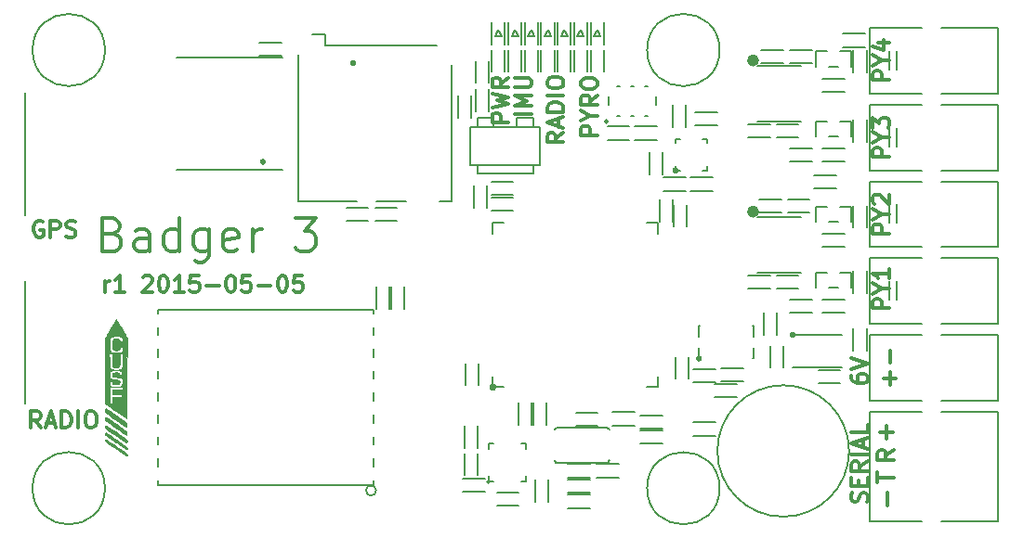
<source format=gto>
G04 #@! TF.FileFunction,Legend,Top*
%FSLAX46Y46*%
G04 Gerber Fmt 4.6, Leading zero omitted, Abs format (unit mm)*
G04 Created by KiCad (PCBNEW 0.201505061231+5645~23~ubuntu14.04.1-product) date Wed 06 May 2015 16:32:05 BST*
%MOMM*%
G01*
G04 APERTURE LIST*
%ADD10C,0.100000*%
%ADD11C,0.300000*%
%ADD12C,0.150000*%
%ADD13C,0.200000*%
%ADD14C,0.500000*%
%ADD15C,1.500000*%
%ADD16R,0.700000X0.950000*%
%ADD17R,0.950000X0.700000*%
%ADD18R,0.300000X1.200000*%
%ADD19R,1.200000X0.300000*%
%ADD20R,1.400000X0.400000*%
%ADD21R,0.550000X1.545000*%
%ADD22R,1.545000X0.550000*%
%ADD23R,0.300000X0.800000*%
%ADD24R,0.800000X0.300000*%
%ADD25R,0.600000X1.500000*%
%ADD26C,1.100000*%
%ADD27C,1.016000*%
%ADD28R,5.080000X2.286000*%
%ADD29R,5.080000X2.413000*%
%ADD30R,1.780000X0.720000*%
%ADD31R,0.700000X0.900000*%
%ADD32R,4.000000X1.300000*%
%ADD33R,2.300000X2.500000*%
%ADD34R,1.800000X0.700000*%
%ADD35R,1.800000X0.800000*%
%ADD36R,1.300000X1.400000*%
%ADD37R,1.000000X0.950000*%
%ADD38R,1.400000X1.900000*%
%ADD39R,0.800000X1.500000*%
%ADD40R,0.500000X0.600000*%
%ADD41C,6.300000*%
%ADD42C,0.600000*%
G04 APERTURE END LIST*
D10*
D11*
X150678571Y-52771428D02*
X149178571Y-52771428D01*
X149178571Y-52200000D01*
X149250000Y-52057142D01*
X149321429Y-51985714D01*
X149464286Y-51914285D01*
X149678571Y-51914285D01*
X149821429Y-51985714D01*
X149892857Y-52057142D01*
X149964286Y-52200000D01*
X149964286Y-52771428D01*
X149964286Y-50985714D02*
X150678571Y-50985714D01*
X149178571Y-51485714D02*
X149964286Y-50985714D01*
X149178571Y-50485714D01*
X150678571Y-49128571D02*
X149964286Y-49628571D01*
X150678571Y-49985714D02*
X149178571Y-49985714D01*
X149178571Y-49414286D01*
X149250000Y-49271428D01*
X149321429Y-49200000D01*
X149464286Y-49128571D01*
X149678571Y-49128571D01*
X149821429Y-49200000D01*
X149892857Y-49271428D01*
X149964286Y-49414286D01*
X149964286Y-49985714D01*
X149178571Y-48200000D02*
X149178571Y-47914286D01*
X149250000Y-47771428D01*
X149392857Y-47628571D01*
X149678571Y-47557143D01*
X150178571Y-47557143D01*
X150464286Y-47628571D01*
X150607143Y-47771428D01*
X150678571Y-47914286D01*
X150678571Y-48200000D01*
X150607143Y-48342857D01*
X150464286Y-48485714D01*
X150178571Y-48557143D01*
X149678571Y-48557143D01*
X149392857Y-48485714D01*
X149250000Y-48342857D01*
X149178571Y-48200000D01*
X147578571Y-52571428D02*
X146864286Y-53071428D01*
X147578571Y-53428571D02*
X146078571Y-53428571D01*
X146078571Y-52857143D01*
X146150000Y-52714285D01*
X146221429Y-52642857D01*
X146364286Y-52571428D01*
X146578571Y-52571428D01*
X146721429Y-52642857D01*
X146792857Y-52714285D01*
X146864286Y-52857143D01*
X146864286Y-53428571D01*
X147150000Y-52000000D02*
X147150000Y-51285714D01*
X147578571Y-52142857D02*
X146078571Y-51642857D01*
X147578571Y-51142857D01*
X147578571Y-50642857D02*
X146078571Y-50642857D01*
X146078571Y-50285714D01*
X146150000Y-50071429D01*
X146292857Y-49928571D01*
X146435714Y-49857143D01*
X146721429Y-49785714D01*
X146935714Y-49785714D01*
X147221429Y-49857143D01*
X147364286Y-49928571D01*
X147507143Y-50071429D01*
X147578571Y-50285714D01*
X147578571Y-50642857D01*
X147578571Y-49142857D02*
X146078571Y-49142857D01*
X146078571Y-48142857D02*
X146078571Y-47857143D01*
X146150000Y-47714285D01*
X146292857Y-47571428D01*
X146578571Y-47500000D01*
X147078571Y-47500000D01*
X147364286Y-47571428D01*
X147507143Y-47714285D01*
X147578571Y-47857143D01*
X147578571Y-48142857D01*
X147507143Y-48285714D01*
X147364286Y-48428571D01*
X147078571Y-48500000D01*
X146578571Y-48500000D01*
X146292857Y-48428571D01*
X146150000Y-48285714D01*
X146078571Y-48142857D01*
X144678571Y-50842857D02*
X143178571Y-50842857D01*
X144678571Y-50128571D02*
X143178571Y-50128571D01*
X144250000Y-49628571D01*
X143178571Y-49128571D01*
X144678571Y-49128571D01*
X143178571Y-48414285D02*
X144392857Y-48414285D01*
X144535714Y-48342857D01*
X144607143Y-48271428D01*
X144678571Y-48128571D01*
X144678571Y-47842857D01*
X144607143Y-47699999D01*
X144535714Y-47628571D01*
X144392857Y-47557142D01*
X143178571Y-47557142D01*
X142578571Y-51600000D02*
X141078571Y-51600000D01*
X141078571Y-51028572D01*
X141150000Y-50885714D01*
X141221429Y-50814286D01*
X141364286Y-50742857D01*
X141578571Y-50742857D01*
X141721429Y-50814286D01*
X141792857Y-50885714D01*
X141864286Y-51028572D01*
X141864286Y-51600000D01*
X141078571Y-50242857D02*
X142578571Y-49885714D01*
X141507143Y-49600000D01*
X142578571Y-49314286D01*
X141078571Y-48957143D01*
X142578571Y-47528571D02*
X141864286Y-48028571D01*
X142578571Y-48385714D02*
X141078571Y-48385714D01*
X141078571Y-47814286D01*
X141150000Y-47671428D01*
X141221429Y-47600000D01*
X141364286Y-47528571D01*
X141578571Y-47528571D01*
X141721429Y-47600000D01*
X141792857Y-47671428D01*
X141864286Y-47814286D01*
X141864286Y-48385714D01*
X99928572Y-79478571D02*
X99428572Y-78764286D01*
X99071429Y-79478571D02*
X99071429Y-77978571D01*
X99642857Y-77978571D01*
X99785715Y-78050000D01*
X99857143Y-78121429D01*
X99928572Y-78264286D01*
X99928572Y-78478571D01*
X99857143Y-78621429D01*
X99785715Y-78692857D01*
X99642857Y-78764286D01*
X99071429Y-78764286D01*
X100500000Y-79050000D02*
X101214286Y-79050000D01*
X100357143Y-79478571D02*
X100857143Y-77978571D01*
X101357143Y-79478571D01*
X101857143Y-79478571D02*
X101857143Y-77978571D01*
X102214286Y-77978571D01*
X102428571Y-78050000D01*
X102571429Y-78192857D01*
X102642857Y-78335714D01*
X102714286Y-78621429D01*
X102714286Y-78835714D01*
X102642857Y-79121429D01*
X102571429Y-79264286D01*
X102428571Y-79407143D01*
X102214286Y-79478571D01*
X101857143Y-79478571D01*
X103357143Y-79478571D02*
X103357143Y-77978571D01*
X104357143Y-77978571D02*
X104642857Y-77978571D01*
X104785715Y-78050000D01*
X104928572Y-78192857D01*
X105000000Y-78478571D01*
X105000000Y-78978571D01*
X104928572Y-79264286D01*
X104785715Y-79407143D01*
X104642857Y-79478571D01*
X104357143Y-79478571D01*
X104214286Y-79407143D01*
X104071429Y-79264286D01*
X104000000Y-78978571D01*
X104000000Y-78478571D01*
X104071429Y-78192857D01*
X104214286Y-78050000D01*
X104357143Y-77978571D01*
X176428572Y-79907143D02*
X177571429Y-79907143D01*
X177000000Y-80478571D02*
X177000000Y-79335714D01*
X177107143Y-86571428D02*
X177107143Y-85428571D01*
X176178571Y-84428571D02*
X176178571Y-83571428D01*
X177678571Y-83999999D02*
X176178571Y-83999999D01*
X177678571Y-81535714D02*
X176964286Y-82035714D01*
X177678571Y-82392857D02*
X176178571Y-82392857D01*
X176178571Y-81821429D01*
X176250000Y-81678571D01*
X176321429Y-81607143D01*
X176464286Y-81535714D01*
X176678571Y-81535714D01*
X176821429Y-81607143D01*
X176892857Y-81678571D01*
X176964286Y-81821429D01*
X176964286Y-82392857D01*
X177278571Y-47749999D02*
X175778571Y-47749999D01*
X175778571Y-47178571D01*
X175850000Y-47035713D01*
X175921429Y-46964285D01*
X176064286Y-46892856D01*
X176278571Y-46892856D01*
X176421429Y-46964285D01*
X176492857Y-47035713D01*
X176564286Y-47178571D01*
X176564286Y-47749999D01*
X176564286Y-45964285D02*
X177278571Y-45964285D01*
X175778571Y-46464285D02*
X176564286Y-45964285D01*
X175778571Y-45464285D01*
X176278571Y-44321428D02*
X177278571Y-44321428D01*
X175707143Y-44678571D02*
X176778571Y-45035714D01*
X176778571Y-44107142D01*
X177278571Y-54749999D02*
X175778571Y-54749999D01*
X175778571Y-54178571D01*
X175850000Y-54035713D01*
X175921429Y-53964285D01*
X176064286Y-53892856D01*
X176278571Y-53892856D01*
X176421429Y-53964285D01*
X176492857Y-54035713D01*
X176564286Y-54178571D01*
X176564286Y-54749999D01*
X176564286Y-52964285D02*
X177278571Y-52964285D01*
X175778571Y-53464285D02*
X176564286Y-52964285D01*
X175778571Y-52464285D01*
X175778571Y-52107142D02*
X175778571Y-51178571D01*
X176350000Y-51678571D01*
X176350000Y-51464285D01*
X176421429Y-51321428D01*
X176492857Y-51249999D01*
X176635714Y-51178571D01*
X176992857Y-51178571D01*
X177135714Y-51249999D01*
X177207143Y-51321428D01*
X177278571Y-51464285D01*
X177278571Y-51892857D01*
X177207143Y-52035714D01*
X177135714Y-52107142D01*
X177278571Y-61749999D02*
X175778571Y-61749999D01*
X175778571Y-61178571D01*
X175850000Y-61035713D01*
X175921429Y-60964285D01*
X176064286Y-60892856D01*
X176278571Y-60892856D01*
X176421429Y-60964285D01*
X176492857Y-61035713D01*
X176564286Y-61178571D01*
X176564286Y-61749999D01*
X176564286Y-59964285D02*
X177278571Y-59964285D01*
X175778571Y-60464285D02*
X176564286Y-59964285D01*
X175778571Y-59464285D01*
X175921429Y-59035714D02*
X175850000Y-58964285D01*
X175778571Y-58821428D01*
X175778571Y-58464285D01*
X175850000Y-58321428D01*
X175921429Y-58249999D01*
X176064286Y-58178571D01*
X176207143Y-58178571D01*
X176421429Y-58249999D01*
X177278571Y-59107142D01*
X177278571Y-58178571D01*
X177278571Y-68549999D02*
X175778571Y-68549999D01*
X175778571Y-67978571D01*
X175850000Y-67835713D01*
X175921429Y-67764285D01*
X176064286Y-67692856D01*
X176278571Y-67692856D01*
X176421429Y-67764285D01*
X176492857Y-67835713D01*
X176564286Y-67978571D01*
X176564286Y-68549999D01*
X176564286Y-66764285D02*
X177278571Y-66764285D01*
X175778571Y-67264285D02*
X176564286Y-66764285D01*
X175778571Y-66264285D01*
X177278571Y-64978571D02*
X177278571Y-65835714D01*
X177278571Y-65407142D02*
X175778571Y-65407142D01*
X175992857Y-65549999D01*
X176135714Y-65692857D01*
X176207143Y-65835714D01*
X177307143Y-73571428D02*
X177307143Y-72428571D01*
X177307143Y-75571428D02*
X177307143Y-74428571D01*
X177878571Y-75000000D02*
X176735714Y-75000000D01*
X173778571Y-74707142D02*
X173778571Y-74992856D01*
X173850000Y-75135713D01*
X173921429Y-75207142D01*
X174135714Y-75349999D01*
X174421429Y-75421428D01*
X174992857Y-75421428D01*
X175135714Y-75349999D01*
X175207143Y-75278571D01*
X175278571Y-75135713D01*
X175278571Y-74849999D01*
X175207143Y-74707142D01*
X175135714Y-74635713D01*
X174992857Y-74564285D01*
X174635714Y-74564285D01*
X174492857Y-74635713D01*
X174421429Y-74707142D01*
X174350000Y-74849999D01*
X174350000Y-75135713D01*
X174421429Y-75278571D01*
X174492857Y-75349999D01*
X174635714Y-75421428D01*
X173778571Y-74135714D02*
X175278571Y-73635714D01*
X173778571Y-73135714D01*
X175207143Y-86264286D02*
X175278571Y-86050000D01*
X175278571Y-85692857D01*
X175207143Y-85550000D01*
X175135714Y-85478571D01*
X174992857Y-85407143D01*
X174850000Y-85407143D01*
X174707143Y-85478571D01*
X174635714Y-85550000D01*
X174564286Y-85692857D01*
X174492857Y-85978571D01*
X174421429Y-86121429D01*
X174350000Y-86192857D01*
X174207143Y-86264286D01*
X174064286Y-86264286D01*
X173921429Y-86192857D01*
X173850000Y-86121429D01*
X173778571Y-85978571D01*
X173778571Y-85621429D01*
X173850000Y-85407143D01*
X174492857Y-84764286D02*
X174492857Y-84264286D01*
X175278571Y-84050000D02*
X175278571Y-84764286D01*
X173778571Y-84764286D01*
X173778571Y-84050000D01*
X175278571Y-82550000D02*
X174564286Y-83050000D01*
X175278571Y-83407143D02*
X173778571Y-83407143D01*
X173778571Y-82835715D01*
X173850000Y-82692857D01*
X173921429Y-82621429D01*
X174064286Y-82550000D01*
X174278571Y-82550000D01*
X174421429Y-82621429D01*
X174492857Y-82692857D01*
X174564286Y-82835715D01*
X174564286Y-83407143D01*
X175278571Y-81907143D02*
X173778571Y-81907143D01*
X174850000Y-81264286D02*
X174850000Y-80550000D01*
X175278571Y-81407143D02*
X173778571Y-80907143D01*
X175278571Y-80407143D01*
X175278571Y-79192857D02*
X175278571Y-79907143D01*
X173778571Y-79907143D01*
X100128572Y-60650000D02*
X99985715Y-60578571D01*
X99771429Y-60578571D01*
X99557144Y-60650000D01*
X99414286Y-60792857D01*
X99342858Y-60935714D01*
X99271429Y-61221429D01*
X99271429Y-61435714D01*
X99342858Y-61721429D01*
X99414286Y-61864286D01*
X99557144Y-62007143D01*
X99771429Y-62078571D01*
X99914286Y-62078571D01*
X100128572Y-62007143D01*
X100200001Y-61935714D01*
X100200001Y-61435714D01*
X99914286Y-61435714D01*
X100842858Y-62078571D02*
X100842858Y-60578571D01*
X101414286Y-60578571D01*
X101557144Y-60650000D01*
X101628572Y-60721429D01*
X101700001Y-60864286D01*
X101700001Y-61078571D01*
X101628572Y-61221429D01*
X101557144Y-61292857D01*
X101414286Y-61364286D01*
X100842858Y-61364286D01*
X102271429Y-62007143D02*
X102485715Y-62078571D01*
X102842858Y-62078571D01*
X102985715Y-62007143D01*
X103057144Y-61935714D01*
X103128572Y-61792857D01*
X103128572Y-61650000D01*
X103057144Y-61507143D01*
X102985715Y-61435714D01*
X102842858Y-61364286D01*
X102557144Y-61292857D01*
X102414286Y-61221429D01*
X102342858Y-61150000D01*
X102271429Y-61007143D01*
X102271429Y-60864286D01*
X102342858Y-60721429D01*
X102414286Y-60650000D01*
X102557144Y-60578571D01*
X102914286Y-60578571D01*
X103128572Y-60650000D01*
X105835717Y-67078571D02*
X105835717Y-66078571D01*
X105835717Y-66364286D02*
X105907145Y-66221429D01*
X105978574Y-66150000D01*
X106121431Y-66078571D01*
X106264288Y-66078571D01*
X107550002Y-67078571D02*
X106692859Y-67078571D01*
X107121431Y-67078571D02*
X107121431Y-65578571D01*
X106978574Y-65792857D01*
X106835716Y-65935714D01*
X106692859Y-66007143D01*
X109264287Y-65721429D02*
X109335716Y-65650000D01*
X109478573Y-65578571D01*
X109835716Y-65578571D01*
X109978573Y-65650000D01*
X110050002Y-65721429D01*
X110121430Y-65864286D01*
X110121430Y-66007143D01*
X110050002Y-66221429D01*
X109192859Y-67078571D01*
X110121430Y-67078571D01*
X111050001Y-65578571D02*
X111192858Y-65578571D01*
X111335715Y-65650000D01*
X111407144Y-65721429D01*
X111478573Y-65864286D01*
X111550001Y-66150000D01*
X111550001Y-66507143D01*
X111478573Y-66792857D01*
X111407144Y-66935714D01*
X111335715Y-67007143D01*
X111192858Y-67078571D01*
X111050001Y-67078571D01*
X110907144Y-67007143D01*
X110835715Y-66935714D01*
X110764287Y-66792857D01*
X110692858Y-66507143D01*
X110692858Y-66150000D01*
X110764287Y-65864286D01*
X110835715Y-65721429D01*
X110907144Y-65650000D01*
X111050001Y-65578571D01*
X112978572Y-67078571D02*
X112121429Y-67078571D01*
X112550001Y-67078571D02*
X112550001Y-65578571D01*
X112407144Y-65792857D01*
X112264286Y-65935714D01*
X112121429Y-66007143D01*
X114335715Y-65578571D02*
X113621429Y-65578571D01*
X113550000Y-66292857D01*
X113621429Y-66221429D01*
X113764286Y-66150000D01*
X114121429Y-66150000D01*
X114264286Y-66221429D01*
X114335715Y-66292857D01*
X114407143Y-66435714D01*
X114407143Y-66792857D01*
X114335715Y-66935714D01*
X114264286Y-67007143D01*
X114121429Y-67078571D01*
X113764286Y-67078571D01*
X113621429Y-67007143D01*
X113550000Y-66935714D01*
X115050000Y-66507143D02*
X116192857Y-66507143D01*
X117192857Y-65578571D02*
X117335714Y-65578571D01*
X117478571Y-65650000D01*
X117550000Y-65721429D01*
X117621429Y-65864286D01*
X117692857Y-66150000D01*
X117692857Y-66507143D01*
X117621429Y-66792857D01*
X117550000Y-66935714D01*
X117478571Y-67007143D01*
X117335714Y-67078571D01*
X117192857Y-67078571D01*
X117050000Y-67007143D01*
X116978571Y-66935714D01*
X116907143Y-66792857D01*
X116835714Y-66507143D01*
X116835714Y-66150000D01*
X116907143Y-65864286D01*
X116978571Y-65721429D01*
X117050000Y-65650000D01*
X117192857Y-65578571D01*
X119050000Y-65578571D02*
X118335714Y-65578571D01*
X118264285Y-66292857D01*
X118335714Y-66221429D01*
X118478571Y-66150000D01*
X118835714Y-66150000D01*
X118978571Y-66221429D01*
X119050000Y-66292857D01*
X119121428Y-66435714D01*
X119121428Y-66792857D01*
X119050000Y-66935714D01*
X118978571Y-67007143D01*
X118835714Y-67078571D01*
X118478571Y-67078571D01*
X118335714Y-67007143D01*
X118264285Y-66935714D01*
X119764285Y-66507143D02*
X120907142Y-66507143D01*
X121907142Y-65578571D02*
X122049999Y-65578571D01*
X122192856Y-65650000D01*
X122264285Y-65721429D01*
X122335714Y-65864286D01*
X122407142Y-66150000D01*
X122407142Y-66507143D01*
X122335714Y-66792857D01*
X122264285Y-66935714D01*
X122192856Y-67007143D01*
X122049999Y-67078571D01*
X121907142Y-67078571D01*
X121764285Y-67007143D01*
X121692856Y-66935714D01*
X121621428Y-66792857D01*
X121549999Y-66507143D01*
X121549999Y-66150000D01*
X121621428Y-65864286D01*
X121692856Y-65721429D01*
X121764285Y-65650000D01*
X121907142Y-65578571D01*
X123764285Y-65578571D02*
X123049999Y-65578571D01*
X122978570Y-66292857D01*
X123049999Y-66221429D01*
X123192856Y-66150000D01*
X123549999Y-66150000D01*
X123692856Y-66221429D01*
X123764285Y-66292857D01*
X123835713Y-66435714D01*
X123835713Y-66792857D01*
X123764285Y-66935714D01*
X123692856Y-67007143D01*
X123549999Y-67078571D01*
X123192856Y-67078571D01*
X123049999Y-67007143D01*
X122978570Y-66935714D01*
X106557143Y-61785714D02*
X106985714Y-61928571D01*
X107128571Y-62071429D01*
X107271428Y-62357143D01*
X107271428Y-62785714D01*
X107128571Y-63071429D01*
X106985714Y-63214286D01*
X106700000Y-63357143D01*
X105557143Y-63357143D01*
X105557143Y-60357143D01*
X106557143Y-60357143D01*
X106842857Y-60500000D01*
X106985714Y-60642857D01*
X107128571Y-60928571D01*
X107128571Y-61214286D01*
X106985714Y-61500000D01*
X106842857Y-61642857D01*
X106557143Y-61785714D01*
X105557143Y-61785714D01*
X109842857Y-63357143D02*
X109842857Y-61785714D01*
X109700000Y-61500000D01*
X109414286Y-61357143D01*
X108842857Y-61357143D01*
X108557143Y-61500000D01*
X109842857Y-63214286D02*
X109557143Y-63357143D01*
X108842857Y-63357143D01*
X108557143Y-63214286D01*
X108414286Y-62928571D01*
X108414286Y-62642857D01*
X108557143Y-62357143D01*
X108842857Y-62214286D01*
X109557143Y-62214286D01*
X109842857Y-62071429D01*
X112557143Y-63357143D02*
X112557143Y-60357143D01*
X112557143Y-63214286D02*
X112271429Y-63357143D01*
X111700000Y-63357143D01*
X111414286Y-63214286D01*
X111271429Y-63071429D01*
X111128572Y-62785714D01*
X111128572Y-61928571D01*
X111271429Y-61642857D01*
X111414286Y-61500000D01*
X111700000Y-61357143D01*
X112271429Y-61357143D01*
X112557143Y-61500000D01*
X115271429Y-61357143D02*
X115271429Y-63785714D01*
X115128572Y-64071429D01*
X114985715Y-64214286D01*
X114700000Y-64357143D01*
X114271429Y-64357143D01*
X113985715Y-64214286D01*
X115271429Y-63214286D02*
X114985715Y-63357143D01*
X114414286Y-63357143D01*
X114128572Y-63214286D01*
X113985715Y-63071429D01*
X113842858Y-62785714D01*
X113842858Y-61928571D01*
X113985715Y-61642857D01*
X114128572Y-61500000D01*
X114414286Y-61357143D01*
X114985715Y-61357143D01*
X115271429Y-61500000D01*
X117842858Y-63214286D02*
X117557144Y-63357143D01*
X116985715Y-63357143D01*
X116700001Y-63214286D01*
X116557144Y-62928571D01*
X116557144Y-61785714D01*
X116700001Y-61500000D01*
X116985715Y-61357143D01*
X117557144Y-61357143D01*
X117842858Y-61500000D01*
X117985715Y-61785714D01*
X117985715Y-62071429D01*
X116557144Y-62357143D01*
X119271430Y-63357143D02*
X119271430Y-61357143D01*
X119271430Y-61928571D02*
X119414287Y-61642857D01*
X119557144Y-61500000D01*
X119842858Y-61357143D01*
X120128573Y-61357143D01*
X123128572Y-60357143D02*
X124985715Y-60357143D01*
X123985715Y-61500000D01*
X124414287Y-61500000D01*
X124700001Y-61642857D01*
X124842858Y-61785714D01*
X124985715Y-62071429D01*
X124985715Y-62785714D01*
X124842858Y-63071429D01*
X124700001Y-63214286D01*
X124414287Y-63357143D01*
X123557144Y-63357143D01*
X123271430Y-63214286D01*
X123128572Y-63071429D01*
D12*
X173600000Y-81600000D02*
G75*
G03X173600000Y-81600000I-6000000J0D01*
G01*
X141011400Y-59629600D02*
X143011400Y-59629600D01*
X141011400Y-58429600D02*
X143011400Y-58429600D01*
X152060400Y-79263800D02*
X154060400Y-79263800D01*
X152060400Y-78063800D02*
X154060400Y-78063800D01*
X143468800Y-77181200D02*
X143468800Y-79181200D01*
X144668800Y-77181200D02*
X144668800Y-79181200D01*
X156600400Y-79740200D02*
X154600400Y-79740200D01*
X156600400Y-80940200D02*
X154600400Y-80940200D01*
X157521200Y-60639200D02*
X157521200Y-58639200D01*
X156321200Y-60639200D02*
X156321200Y-58639200D01*
X148000000Y-84000000D02*
X150000000Y-84000000D01*
X148000000Y-82800000D02*
X150000000Y-82800000D01*
X152600000Y-82800000D02*
X150600000Y-82800000D01*
X152600000Y-84000000D02*
X150600000Y-84000000D01*
X156575000Y-78368600D02*
X154575000Y-78368600D01*
X156575000Y-79568600D02*
X154575000Y-79568600D01*
X139868200Y-75599800D02*
X139868200Y-73599800D01*
X138668200Y-75599800D02*
X138668200Y-73599800D01*
X144840400Y-77181200D02*
X144840400Y-79181200D01*
X146040400Y-77181200D02*
X146040400Y-79181200D01*
X158816600Y-61121800D02*
X158816600Y-59121800D01*
X157616600Y-61121800D02*
X157616600Y-59121800D01*
X157794400Y-73015600D02*
X157794400Y-75015600D01*
X158994400Y-73015600D02*
X158994400Y-75015600D01*
X143000000Y-57000000D02*
X141000000Y-57000000D01*
X143000000Y-58200000D02*
X141000000Y-58200000D01*
X140600000Y-59400000D02*
X140600000Y-57400000D01*
X139400000Y-59400000D02*
X139400000Y-57400000D01*
X175200000Y-72400000D02*
X175200000Y-70400000D01*
X174000000Y-72400000D02*
X174000000Y-70400000D01*
X170800000Y-75400000D02*
X172800000Y-75400000D01*
X170800000Y-74200000D02*
X172800000Y-74200000D01*
X166400000Y-72000000D02*
X166400000Y-74000000D01*
X167600000Y-72000000D02*
X167600000Y-74000000D01*
X119900000Y-45500000D02*
X121900000Y-45500000D01*
X119900000Y-44300000D02*
X121900000Y-44300000D01*
X133100000Y-68600000D02*
X133100000Y-66600000D01*
X131900000Y-68600000D02*
X131900000Y-66600000D01*
X131700000Y-68600000D02*
X131700000Y-66600000D01*
X130500000Y-68600000D02*
X130500000Y-66600000D01*
X138000000Y-49200000D02*
X138000000Y-51200000D01*
X139200000Y-49200000D02*
X139200000Y-51200000D01*
X159426400Y-75326800D02*
X161426400Y-75326800D01*
X159426400Y-74126800D02*
X161426400Y-74126800D01*
X148000000Y-85400000D02*
X150000000Y-85400000D01*
X148000000Y-84200000D02*
X150000000Y-84200000D01*
X163382200Y-75447600D02*
X161382200Y-75447600D01*
X163382200Y-76647600D02*
X161382200Y-76647600D01*
X148000000Y-86800000D02*
X150000000Y-86800000D01*
X148000000Y-85600000D02*
X150000000Y-85600000D01*
X163966400Y-74076000D02*
X161966400Y-74076000D01*
X163966400Y-75276000D02*
X161966400Y-75276000D01*
X138591000Y-79307800D02*
X138591000Y-81307800D01*
X139791000Y-79307800D02*
X139791000Y-81307800D01*
X139791000Y-83807800D02*
X139791000Y-81807800D01*
X138591000Y-83807800D02*
X138591000Y-81807800D01*
X151575300Y-53182500D02*
X153575300Y-53182500D01*
X151575300Y-51982500D02*
X153575300Y-51982500D01*
X159179400Y-57846000D02*
X161179400Y-57846000D01*
X159179400Y-56646000D02*
X161179400Y-56646000D01*
X159600000Y-51900000D02*
X161600000Y-51900000D01*
X159600000Y-50700000D02*
X161600000Y-50700000D01*
X157500000Y-50000000D02*
X157500000Y-52000000D01*
X158700000Y-50000000D02*
X158700000Y-52000000D01*
X150350000Y-43775000D02*
X150650000Y-43175000D01*
X150650000Y-43175000D02*
X150950000Y-43775000D01*
X150950000Y-43775000D02*
X150350000Y-43775000D01*
X151250000Y-44475000D02*
X151250000Y-42475000D01*
X150050000Y-44475000D02*
X150050000Y-42475000D01*
X148848000Y-43779400D02*
X149148000Y-43179400D01*
X149148000Y-43179400D02*
X149448000Y-43779400D01*
X149448000Y-43779400D02*
X148848000Y-43779400D01*
X149748000Y-44479400D02*
X149748000Y-42479400D01*
X148548000Y-44479400D02*
X148548000Y-42479400D01*
X144348000Y-43779400D02*
X144648000Y-43179400D01*
X144648000Y-43179400D02*
X144948000Y-43779400D01*
X144948000Y-43779400D02*
X144348000Y-43779400D01*
X145248000Y-44479400D02*
X145248000Y-42479400D01*
X144048000Y-44479400D02*
X144048000Y-42479400D01*
X142848000Y-43779400D02*
X143148000Y-43179400D01*
X143148000Y-43179400D02*
X143448000Y-43779400D01*
X143448000Y-43779400D02*
X142848000Y-43779400D01*
X143748000Y-44479400D02*
X143748000Y-42479400D01*
X142548000Y-44479400D02*
X142548000Y-42479400D01*
X147348000Y-43779400D02*
X147648000Y-43179400D01*
X147648000Y-43179400D02*
X147948000Y-43779400D01*
X147948000Y-43779400D02*
X147348000Y-43779400D01*
X148248000Y-44479400D02*
X148248000Y-42479400D01*
X147048000Y-44479400D02*
X147048000Y-42479400D01*
X145848000Y-43779400D02*
X146148000Y-43179400D01*
X146148000Y-43179400D02*
X146448000Y-43779400D01*
X146448000Y-43779400D02*
X145848000Y-43779400D01*
X146748000Y-44479400D02*
X146748000Y-42479400D01*
X145548000Y-44479400D02*
X145548000Y-42479400D01*
X141396400Y-75772200D02*
G75*
G03X141396400Y-75772200I-250000J0D01*
G01*
X141258203Y-75772200D02*
G75*
G03X141258203Y-75772200I-111803J0D01*
G01*
X142146400Y-60772200D02*
X141146400Y-60772200D01*
X141146400Y-60772200D02*
X141146400Y-61772200D01*
X155146400Y-60772200D02*
X156146400Y-60772200D01*
X156146400Y-60772200D02*
X156146400Y-61772200D01*
X155146400Y-75772200D02*
X156146400Y-75772200D01*
X156146400Y-75772200D02*
X156146400Y-74772200D01*
X141146400Y-74772200D02*
X141146400Y-75772200D01*
X141146400Y-75772200D02*
X142146400Y-75772200D01*
X168650000Y-70990000D02*
G75*
G03X168650000Y-70990000I-200000J0D01*
G01*
X168550000Y-70990000D02*
G75*
G03X168550000Y-70990000I-100000J0D01*
G01*
X168450000Y-73990000D02*
X172950000Y-73990000D01*
X168450000Y-70990000D02*
X172950000Y-70990000D01*
X160121800Y-73156400D02*
G75*
G03X160121800Y-73156400I-200000J0D01*
G01*
X160021800Y-73156400D02*
G75*
G03X160021800Y-73156400I-100000J0D01*
G01*
X159921800Y-73156400D02*
X160021800Y-73156400D01*
X164921800Y-73156400D02*
X164821800Y-73156400D01*
X164921800Y-70156400D02*
X164821800Y-70156400D01*
X159921800Y-70156400D02*
X160021800Y-70156400D01*
X164921800Y-71156400D02*
X164921800Y-70156400D01*
X164921800Y-73156400D02*
X164921800Y-72156400D01*
X159921800Y-71156400D02*
X159921800Y-70156400D01*
X159921800Y-73156400D02*
X159921800Y-72156400D01*
X140907421Y-84407800D02*
G75*
G03X140907421Y-84407800I-141421J0D01*
G01*
X144166000Y-81407800D02*
X144166000Y-80907800D01*
X144166000Y-80907800D02*
X143766000Y-80907800D01*
X143766000Y-84407800D02*
X144166000Y-84407800D01*
X144166000Y-84407800D02*
X144166000Y-83907800D01*
X140766000Y-81407800D02*
X140766000Y-80907800D01*
X140766000Y-80907800D02*
X141166000Y-80907800D01*
X140766000Y-83907800D02*
X140766000Y-84407800D01*
X140766000Y-84407800D02*
X141166000Y-84407800D01*
X151625300Y-51532500D02*
G75*
G03X151625300Y-51532500I-150000J0D01*
G01*
X151525300Y-51532500D02*
G75*
G03X151525300Y-51532500I-50000J0D01*
G01*
X151725300Y-50032500D02*
X151725300Y-49282500D01*
X152725300Y-48282500D02*
X152475300Y-48282500D01*
X153975300Y-48282500D02*
X153725300Y-48282500D01*
X155225300Y-48282500D02*
X154975300Y-48282500D01*
X155975300Y-50032500D02*
X155975300Y-49282500D01*
X154975300Y-51032500D02*
X155225300Y-51032500D01*
X153725300Y-51032500D02*
X153975300Y-51032500D01*
X152475300Y-51032500D02*
X152725300Y-51032500D01*
X157979400Y-55996000D02*
G75*
G03X157979400Y-55996000I-200000J0D01*
G01*
X157920821Y-55996000D02*
G75*
G03X157920821Y-55996000I-141421J0D01*
G01*
X160679400Y-53496000D02*
X160679400Y-53096000D01*
X160679400Y-53096000D02*
X160279400Y-53096000D01*
X160279400Y-55996000D02*
X160679400Y-55996000D01*
X160679400Y-55996000D02*
X160679400Y-55596000D01*
X157779400Y-53496000D02*
X157779400Y-53096000D01*
X157779400Y-53096000D02*
X158179400Y-53096000D01*
X157779400Y-55596000D02*
X157779400Y-55996000D01*
X157779400Y-55996000D02*
X158179400Y-55996000D01*
D13*
X187200000Y-77000000D02*
X187200000Y-71000000D01*
X182000000Y-77000000D02*
X187200000Y-77000000D01*
X175500000Y-77000000D02*
X180200000Y-77000000D01*
X175500000Y-71000000D02*
X175500000Y-77000000D01*
X180200000Y-71000000D02*
X175500000Y-71000000D01*
X187200000Y-71000000D02*
X182000000Y-71000000D01*
X187200000Y-88000000D02*
X187200000Y-78000000D01*
X182000000Y-88000000D02*
X187200000Y-88000000D01*
X175500000Y-88000000D02*
X180200000Y-88000000D01*
X175500000Y-78000000D02*
X175500000Y-88000000D01*
X180200000Y-78000000D02*
X175500000Y-78000000D01*
X187200000Y-78000000D02*
X182000000Y-78000000D01*
D12*
X139720000Y-52050500D02*
X139720000Y-51225000D01*
X139720000Y-51225000D02*
X141180500Y-51225000D01*
X141180500Y-51225000D02*
X141180500Y-52050500D01*
X144800000Y-52050500D02*
X144800000Y-51225000D01*
X144800000Y-51225000D02*
X143339500Y-51225000D01*
X143339500Y-51225000D02*
X143339500Y-52050500D01*
X144800000Y-55479500D02*
X144800000Y-56305000D01*
X144800000Y-56305000D02*
X139720000Y-56305000D01*
X139720000Y-56305000D02*
X139720000Y-55479500D01*
X142260000Y-55479500D02*
X139085000Y-55479500D01*
X139085000Y-55479500D02*
X139085000Y-52050500D01*
X139085000Y-52050500D02*
X145435000Y-52050500D01*
X145435000Y-52050500D02*
X145435000Y-55479500D01*
X145435000Y-55479500D02*
X142260000Y-55479500D01*
X98533000Y-60088000D02*
X98533000Y-48912000D01*
X98533000Y-77288000D02*
X98533000Y-66112000D01*
D13*
X187200000Y-70000000D02*
X187200000Y-64000000D01*
X182000000Y-70000000D02*
X187200000Y-70000000D01*
X175500000Y-70000000D02*
X180200000Y-70000000D01*
X175500000Y-64000000D02*
X175500000Y-70000000D01*
X180200000Y-64000000D02*
X175500000Y-64000000D01*
X187200000Y-64000000D02*
X182000000Y-64000000D01*
X187200000Y-63000000D02*
X187200000Y-57000000D01*
X182000000Y-63000000D02*
X187200000Y-63000000D01*
X175500000Y-63000000D02*
X180200000Y-63000000D01*
X175500000Y-57000000D02*
X175500000Y-63000000D01*
X180200000Y-57000000D02*
X175500000Y-57000000D01*
X187200000Y-57000000D02*
X182000000Y-57000000D01*
X187200000Y-56000000D02*
X187200000Y-50000000D01*
X182000000Y-56000000D02*
X187200000Y-56000000D01*
X175500000Y-56000000D02*
X180200000Y-56000000D01*
X175500000Y-50000000D02*
X175500000Y-56000000D01*
X180200000Y-50000000D02*
X175500000Y-50000000D01*
X187200000Y-50000000D02*
X182000000Y-50000000D01*
X187200000Y-49000000D02*
X187200000Y-43000000D01*
X182000000Y-49000000D02*
X187200000Y-49000000D01*
X175500000Y-49000000D02*
X180200000Y-49000000D01*
X175500000Y-43000000D02*
X175500000Y-49000000D01*
X180200000Y-43000000D02*
X175500000Y-43000000D01*
X187200000Y-43000000D02*
X182000000Y-43000000D01*
D12*
X169200000Y-60250000D02*
X165200000Y-60250000D01*
X165200000Y-65300000D02*
X169200000Y-65300000D01*
D14*
X165150000Y-59750000D02*
G75*
G03X165150000Y-59750000I-300000J0D01*
G01*
D12*
X172600000Y-66700000D02*
X171800000Y-66700000D01*
X171600000Y-65300000D02*
X170600000Y-65300000D01*
X173800000Y-65300000D02*
X172800000Y-65300000D01*
X170600000Y-65300000D02*
X170600000Y-66700000D01*
X173800000Y-65300000D02*
X173800000Y-66700000D01*
X172600000Y-52900000D02*
X171800000Y-52900000D01*
X171600000Y-51500000D02*
X170600000Y-51500000D01*
X173800000Y-51500000D02*
X172800000Y-51500000D01*
X170600000Y-51500000D02*
X170600000Y-52900000D01*
X173800000Y-51500000D02*
X173800000Y-52900000D01*
X169200000Y-46450000D02*
X165200000Y-46450000D01*
X165200000Y-51500000D02*
X169200000Y-51500000D01*
D14*
X165150000Y-45950000D02*
G75*
G03X165150000Y-45950000I-300000J0D01*
G01*
D12*
X172600000Y-60700000D02*
X171800000Y-60700000D01*
X171600000Y-59300000D02*
X170600000Y-59300000D01*
X173800000Y-59300000D02*
X172800000Y-59300000D01*
X170600000Y-59300000D02*
X170600000Y-60700000D01*
X173800000Y-59300000D02*
X173800000Y-60700000D01*
X172600000Y-46500000D02*
X171800000Y-46500000D01*
X171600000Y-45100000D02*
X170600000Y-45100000D01*
X173800000Y-45100000D02*
X172800000Y-45100000D01*
X170600000Y-45100000D02*
X170600000Y-46500000D01*
X173800000Y-45100000D02*
X173800000Y-46500000D01*
X148707600Y-79289200D02*
X150707600Y-79289200D01*
X148707600Y-78089200D02*
X150707600Y-78089200D01*
X139600000Y-46000000D02*
X139600000Y-48000000D01*
X140800000Y-46000000D02*
X140800000Y-48000000D01*
X140800000Y-50600000D02*
X140800000Y-48600000D01*
X139600000Y-50600000D02*
X139600000Y-48600000D01*
X129800000Y-59400000D02*
X127800000Y-59400000D01*
X129800000Y-60600000D02*
X127800000Y-60600000D01*
X130400000Y-60600000D02*
X132400000Y-60600000D01*
X130400000Y-59400000D02*
X132400000Y-59400000D01*
X164400000Y-66800000D02*
X166400000Y-66800000D01*
X164400000Y-65600000D02*
X166400000Y-65600000D01*
X164400000Y-53000000D02*
X166400000Y-53000000D01*
X164400000Y-51800000D02*
X166400000Y-51800000D01*
X169000000Y-65600000D02*
X167000000Y-65600000D01*
X169000000Y-66800000D02*
X167000000Y-66800000D01*
X169000000Y-51800000D02*
X167000000Y-51800000D01*
X169000000Y-53000000D02*
X167000000Y-53000000D01*
X171200000Y-69000000D02*
X173200000Y-69000000D01*
X171200000Y-67800000D02*
X173200000Y-67800000D01*
X171200000Y-55200000D02*
X173200000Y-55200000D01*
X171200000Y-54000000D02*
X173200000Y-54000000D01*
X174000000Y-65200000D02*
X174000000Y-67200000D01*
X175200000Y-65200000D02*
X175200000Y-67200000D01*
X174000000Y-51400000D02*
X174000000Y-53400000D01*
X175200000Y-51400000D02*
X175200000Y-53400000D01*
X170200000Y-67800000D02*
X168200000Y-67800000D01*
X170200000Y-69000000D02*
X168200000Y-69000000D01*
X170200000Y-54000000D02*
X168200000Y-54000000D01*
X170200000Y-55200000D02*
X168200000Y-55200000D01*
X165400000Y-59800000D02*
X167400000Y-59800000D01*
X165400000Y-58600000D02*
X167400000Y-58600000D01*
X165600000Y-46200000D02*
X167600000Y-46200000D01*
X165600000Y-45000000D02*
X167600000Y-45000000D01*
X170000000Y-58600000D02*
X168000000Y-58600000D01*
X170000000Y-59800000D02*
X168000000Y-59800000D01*
X170200000Y-45000000D02*
X168200000Y-45000000D01*
X170200000Y-46200000D02*
X168200000Y-46200000D01*
X171200000Y-63000000D02*
X173200000Y-63000000D01*
X171200000Y-61800000D02*
X173200000Y-61800000D01*
X171200000Y-48800000D02*
X173200000Y-48800000D01*
X171200000Y-47600000D02*
X173200000Y-47600000D01*
X174000000Y-59200000D02*
X174000000Y-61200000D01*
X175200000Y-59200000D02*
X175200000Y-61200000D01*
X174000000Y-45000000D02*
X174000000Y-47000000D01*
X175200000Y-45000000D02*
X175200000Y-47000000D01*
X172400000Y-56400000D02*
X170400000Y-56400000D01*
X172400000Y-57600000D02*
X170400000Y-57600000D01*
X175066200Y-43519800D02*
X173066200Y-43519800D01*
X175066200Y-44719800D02*
X173066200Y-44719800D01*
X151248000Y-46979400D02*
X151248000Y-44979400D01*
X150048000Y-46979400D02*
X150048000Y-44979400D01*
X149748000Y-46979400D02*
X149748000Y-44979400D01*
X148548000Y-46979400D02*
X148548000Y-44979400D01*
X145248000Y-46979400D02*
X145248000Y-44979400D01*
X144048000Y-46979400D02*
X144048000Y-44979400D01*
X143748000Y-46979400D02*
X143748000Y-44979400D01*
X142548000Y-46979400D02*
X142548000Y-44979400D01*
X148248000Y-46979400D02*
X148248000Y-44979400D01*
X147048000Y-46979400D02*
X147048000Y-44979400D01*
X146748000Y-46979400D02*
X146748000Y-44979400D01*
X145548000Y-46979400D02*
X145548000Y-44979400D01*
X141491000Y-86582800D02*
X143491000Y-86582800D01*
X141491000Y-85382800D02*
X143491000Y-85382800D01*
X146167400Y-86242400D02*
X146167400Y-84242400D01*
X144967400Y-86242400D02*
X144967400Y-84242400D01*
X167020800Y-71002400D02*
X167020800Y-69002400D01*
X165820800Y-71002400D02*
X165820800Y-69002400D01*
X140403500Y-84095300D02*
X138403500Y-84095300D01*
X140403500Y-85295300D02*
X138403500Y-85295300D01*
X158679400Y-56646000D02*
X156679400Y-56646000D01*
X158679400Y-57846000D02*
X156679400Y-57846000D01*
X154075300Y-53182500D02*
X156075300Y-53182500D01*
X154075300Y-51982500D02*
X156075300Y-51982500D01*
X155429400Y-54346000D02*
X155429400Y-56346000D01*
X156629400Y-54346000D02*
X156629400Y-56346000D01*
X130503905Y-85210000D02*
G75*
G03X130503905Y-85210000I-457905J0D01*
G01*
X130300000Y-68700000D02*
X130300000Y-84700000D01*
X130300000Y-84700000D02*
X110600000Y-84700000D01*
X110600000Y-68700000D02*
X110600000Y-84700000D01*
X130300000Y-68700000D02*
X110600000Y-68700000D01*
X146943000Y-79451400D02*
X151543000Y-79451400D01*
X151743000Y-79651400D02*
X151543000Y-79451400D01*
X146743000Y-79651400D02*
X146943000Y-79451400D01*
X146893000Y-82651400D02*
X151593000Y-82651400D01*
X146743000Y-82451400D02*
X146893000Y-82651400D01*
X151743000Y-82451400D02*
X151593000Y-82651400D01*
X120400000Y-55200000D02*
G75*
G03X120400000Y-55200000I-200000J0D01*
G01*
X120300000Y-55200000D02*
G75*
G03X120300000Y-55200000I-100000J0D01*
G01*
X112300000Y-45700000D02*
X122000000Y-45700000D01*
X112300000Y-55900000D02*
X122000000Y-55900000D01*
X137400000Y-46400000D02*
X137400000Y-58800000D01*
X136000000Y-44600000D02*
X125900000Y-44600000D01*
X136250000Y-58800000D02*
X137400000Y-58800000D01*
X130550000Y-58800000D02*
X133200000Y-58800000D01*
X123400000Y-58800000D02*
X128750000Y-58800000D01*
X123400000Y-58800000D02*
X123400000Y-45400000D01*
X125900000Y-43600000D02*
X124700000Y-43600000D01*
X128600000Y-46200000D02*
G75*
G03X128600000Y-46200000I-200000J0D01*
G01*
X128500000Y-46200000D02*
G75*
G03X128500000Y-46200000I-100000J0D01*
G01*
X125900000Y-43600000D02*
X125900000Y-44600000D01*
X137400000Y-58800000D02*
X137400000Y-58700000D01*
X177250000Y-66100000D02*
X177250000Y-67800000D01*
X177950000Y-66100000D02*
X177950000Y-67800000D01*
X177250000Y-59100000D02*
X177250000Y-60800000D01*
X177950000Y-59100000D02*
X177950000Y-60800000D01*
X177250000Y-52100000D02*
X177250000Y-53800000D01*
X177950000Y-52100000D02*
X177950000Y-53800000D01*
X177250000Y-45100000D02*
X177250000Y-46800000D01*
X177950000Y-45100000D02*
X177950000Y-46800000D01*
X161800000Y-85000000D02*
G75*
G03X161800000Y-85000000I-3300000J0D01*
G01*
X161800000Y-45000000D02*
G75*
G03X161800000Y-45000000I-3300000J0D01*
G01*
X105800000Y-45000000D02*
G75*
G03X105800000Y-45000000I-3300000J0D01*
G01*
X105800000Y-85000000D02*
G75*
G03X105800000Y-85000000I-3300000J0D01*
G01*
X161400000Y-79000000D02*
X159400000Y-79000000D01*
X161400000Y-80200000D02*
X159400000Y-80200000D01*
D10*
G36*
X107795736Y-81938875D02*
X107793366Y-81987746D01*
X107772523Y-82018489D01*
X107754842Y-82023000D01*
X107730121Y-82011207D01*
X107674208Y-81977355D01*
X107590543Y-81923733D01*
X107482563Y-81852633D01*
X107353707Y-81766343D01*
X107207414Y-81667155D01*
X107047121Y-81557357D01*
X106876267Y-81439240D01*
X106828800Y-81406240D01*
X106654527Y-81284672D01*
X106489338Y-81168944D01*
X106336790Y-81061580D01*
X106200440Y-80965108D01*
X106083844Y-80882054D01*
X105990559Y-80814943D01*
X105924142Y-80766302D01*
X105888149Y-80738657D01*
X105884542Y-80735530D01*
X105838296Y-80673875D01*
X105826334Y-80608989D01*
X105829800Y-80560576D01*
X105845620Y-80543531D01*
X105874288Y-80545565D01*
X105898883Y-80558810D01*
X105954107Y-80593668D01*
X106035971Y-80647387D01*
X106140488Y-80717211D01*
X106263669Y-80800388D01*
X106401526Y-80894163D01*
X106550070Y-80995783D01*
X106705314Y-81102495D01*
X106863270Y-81211543D01*
X107019948Y-81320175D01*
X107171361Y-81425637D01*
X107313521Y-81525175D01*
X107442440Y-81616035D01*
X107554128Y-81695464D01*
X107644598Y-81760707D01*
X107709862Y-81809012D01*
X107745932Y-81837623D01*
X107747209Y-81838770D01*
X107780170Y-81884882D01*
X107795736Y-81938875D01*
X107795736Y-81938875D01*
X107795736Y-81938875D01*
G37*
X107795736Y-81938875D02*
X107793366Y-81987746D01*
X107772523Y-82018489D01*
X107754842Y-82023000D01*
X107730121Y-82011207D01*
X107674208Y-81977355D01*
X107590543Y-81923733D01*
X107482563Y-81852633D01*
X107353707Y-81766343D01*
X107207414Y-81667155D01*
X107047121Y-81557357D01*
X106876267Y-81439240D01*
X106828800Y-81406240D01*
X106654527Y-81284672D01*
X106489338Y-81168944D01*
X106336790Y-81061580D01*
X106200440Y-80965108D01*
X106083844Y-80882054D01*
X105990559Y-80814943D01*
X105924142Y-80766302D01*
X105888149Y-80738657D01*
X105884542Y-80735530D01*
X105838296Y-80673875D01*
X105826334Y-80608989D01*
X105829800Y-80560576D01*
X105845620Y-80543531D01*
X105874288Y-80545565D01*
X105898883Y-80558810D01*
X105954107Y-80593668D01*
X106035971Y-80647387D01*
X106140488Y-80717211D01*
X106263669Y-80800388D01*
X106401526Y-80894163D01*
X106550070Y-80995783D01*
X106705314Y-81102495D01*
X106863270Y-81211543D01*
X107019948Y-81320175D01*
X107171361Y-81425637D01*
X107313521Y-81525175D01*
X107442440Y-81616035D01*
X107554128Y-81695464D01*
X107644598Y-81760707D01*
X107709862Y-81809012D01*
X107745932Y-81837623D01*
X107747209Y-81838770D01*
X107780170Y-81884882D01*
X107795736Y-81938875D01*
X107795736Y-81938875D01*
G36*
X107796748Y-81394801D02*
X107783434Y-81436726D01*
X107757253Y-81451500D01*
X107733072Y-81439695D01*
X107677671Y-81405795D01*
X107594447Y-81352075D01*
X107486797Y-81280809D01*
X107358118Y-81194270D01*
X107211806Y-81094732D01*
X107051259Y-80984469D01*
X106879873Y-80865756D01*
X106820628Y-80824494D01*
X106645603Y-80702236D01*
X106480001Y-80586186D01*
X106327289Y-80478802D01*
X106190936Y-80382539D01*
X106074410Y-80299853D01*
X105981180Y-80233202D01*
X105914714Y-80185041D01*
X105878480Y-80157826D01*
X105873959Y-80154055D01*
X105844669Y-80110728D01*
X105827541Y-80053450D01*
X105823346Y-79995206D01*
X105832852Y-79948978D01*
X105856834Y-79927751D01*
X105860508Y-79927500D01*
X105883315Y-79939257D01*
X105936766Y-79972714D01*
X106016927Y-80025147D01*
X106119864Y-80093835D01*
X106241641Y-80176054D01*
X106378326Y-80269082D01*
X106525982Y-80370196D01*
X106680677Y-80476674D01*
X106838476Y-80585792D01*
X106995444Y-80694828D01*
X107147647Y-80801060D01*
X107291151Y-80901765D01*
X107422021Y-80994219D01*
X107536324Y-81075701D01*
X107630124Y-81143488D01*
X107699488Y-81194856D01*
X107740480Y-81227085D01*
X107747209Y-81233151D01*
X107778047Y-81280230D01*
X107794756Y-81338374D01*
X107796748Y-81394801D01*
X107796748Y-81394801D01*
X107796748Y-81394801D01*
G37*
X107796748Y-81394801D02*
X107783434Y-81436726D01*
X107757253Y-81451500D01*
X107733072Y-81439695D01*
X107677671Y-81405795D01*
X107594447Y-81352075D01*
X107486797Y-81280809D01*
X107358118Y-81194270D01*
X107211806Y-81094732D01*
X107051259Y-80984469D01*
X106879873Y-80865756D01*
X106820628Y-80824494D01*
X106645603Y-80702236D01*
X106480001Y-80586186D01*
X106327289Y-80478802D01*
X106190936Y-80382539D01*
X106074410Y-80299853D01*
X105981180Y-80233202D01*
X105914714Y-80185041D01*
X105878480Y-80157826D01*
X105873959Y-80154055D01*
X105844669Y-80110728D01*
X105827541Y-80053450D01*
X105823346Y-79995206D01*
X105832852Y-79948978D01*
X105856834Y-79927751D01*
X105860508Y-79927500D01*
X105883315Y-79939257D01*
X105936766Y-79972714D01*
X106016927Y-80025147D01*
X106119864Y-80093835D01*
X106241641Y-80176054D01*
X106378326Y-80269082D01*
X106525982Y-80370196D01*
X106680677Y-80476674D01*
X106838476Y-80585792D01*
X106995444Y-80694828D01*
X107147647Y-80801060D01*
X107291151Y-80901765D01*
X107422021Y-80994219D01*
X107536324Y-81075701D01*
X107630124Y-81143488D01*
X107699488Y-81194856D01*
X107740480Y-81227085D01*
X107747209Y-81233151D01*
X107778047Y-81280230D01*
X107794756Y-81338374D01*
X107796748Y-81394801D01*
X107796748Y-81394801D01*
G36*
X107794834Y-80725960D02*
X107792604Y-80792050D01*
X107783617Y-80825823D01*
X107764423Y-80837161D01*
X107755856Y-80837667D01*
X107731394Y-80825859D01*
X107675726Y-80791954D01*
X107592258Y-80738228D01*
X107484395Y-80666958D01*
X107355543Y-80580421D01*
X107209109Y-80480891D01*
X107048499Y-80370647D01*
X106877118Y-80251965D01*
X106819231Y-80211651D01*
X106644292Y-80089432D01*
X106478747Y-79973358D01*
X106326074Y-79865897D01*
X106189748Y-79769514D01*
X106073246Y-79686676D01*
X105980046Y-79619850D01*
X105913623Y-79571503D01*
X105877456Y-79544102D01*
X105873038Y-79540346D01*
X105844389Y-79506540D01*
X105831232Y-79465392D01*
X105829624Y-79401774D01*
X105830705Y-79377904D01*
X105836162Y-79310443D01*
X105846180Y-79275413D01*
X105865065Y-79262911D01*
X105881081Y-79262059D01*
X105906579Y-79274166D01*
X105962554Y-79308120D01*
X106045032Y-79361161D01*
X106150040Y-79430532D01*
X106273606Y-79513472D01*
X106411756Y-79607225D01*
X106560519Y-79709030D01*
X106715920Y-79816130D01*
X106873989Y-79925765D01*
X107030751Y-80035178D01*
X107182233Y-80141609D01*
X107324464Y-80242300D01*
X107453471Y-80334492D01*
X107565280Y-80415426D01*
X107655919Y-80482344D01*
X107721415Y-80532487D01*
X107757795Y-80563097D01*
X107763054Y-80568881D01*
X107783116Y-80620395D01*
X107793914Y-80695912D01*
X107794834Y-80725960D01*
X107794834Y-80725960D01*
X107794834Y-80725960D01*
G37*
X107794834Y-80725960D02*
X107792604Y-80792050D01*
X107783617Y-80825823D01*
X107764423Y-80837161D01*
X107755856Y-80837667D01*
X107731394Y-80825859D01*
X107675726Y-80791954D01*
X107592258Y-80738228D01*
X107484395Y-80666958D01*
X107355543Y-80580421D01*
X107209109Y-80480891D01*
X107048499Y-80370647D01*
X106877118Y-80251965D01*
X106819231Y-80211651D01*
X106644292Y-80089432D01*
X106478747Y-79973358D01*
X106326074Y-79865897D01*
X106189748Y-79769514D01*
X106073246Y-79686676D01*
X105980046Y-79619850D01*
X105913623Y-79571503D01*
X105877456Y-79544102D01*
X105873038Y-79540346D01*
X105844389Y-79506540D01*
X105831232Y-79465392D01*
X105829624Y-79401774D01*
X105830705Y-79377904D01*
X105836162Y-79310443D01*
X105846180Y-79275413D01*
X105865065Y-79262911D01*
X105881081Y-79262059D01*
X105906579Y-79274166D01*
X105962554Y-79308120D01*
X106045032Y-79361161D01*
X106150040Y-79430532D01*
X106273606Y-79513472D01*
X106411756Y-79607225D01*
X106560519Y-79709030D01*
X106715920Y-79816130D01*
X106873989Y-79925765D01*
X107030751Y-80035178D01*
X107182233Y-80141609D01*
X107324464Y-80242300D01*
X107453471Y-80334492D01*
X107565280Y-80415426D01*
X107655919Y-80482344D01*
X107721415Y-80532487D01*
X107757795Y-80563097D01*
X107763054Y-80568881D01*
X107783116Y-80620395D01*
X107793914Y-80695912D01*
X107794834Y-80725960D01*
X107794834Y-80725960D01*
G36*
X107792199Y-79913405D02*
X107790412Y-79989997D01*
X107790400Y-79990272D01*
X107784093Y-80070389D01*
X107772762Y-80115715D01*
X107754411Y-80133683D01*
X107751719Y-80134339D01*
X107728535Y-80123757D01*
X107674105Y-80091054D01*
X107591802Y-80038476D01*
X107485000Y-79968269D01*
X107357070Y-79882678D01*
X107211387Y-79783947D01*
X107051323Y-79674322D01*
X106880250Y-79556048D01*
X106820386Y-79514408D01*
X106645256Y-79392031D01*
X106479565Y-79275523D01*
X106326790Y-79167378D01*
X106190408Y-79070093D01*
X106073895Y-78986161D01*
X105980728Y-78918078D01*
X105914383Y-78868339D01*
X105878338Y-78839438D01*
X105873959Y-78835211D01*
X105845110Y-78793263D01*
X105830573Y-78740578D01*
X105826347Y-78662070D01*
X105826334Y-78655655D01*
X105831688Y-78571067D01*
X105849559Y-78524355D01*
X105882654Y-78512216D01*
X105929906Y-78529290D01*
X105961414Y-78549033D01*
X106023029Y-78590191D01*
X106110602Y-78649854D01*
X106219985Y-78725113D01*
X106347028Y-78813058D01*
X106487584Y-78910780D01*
X106637504Y-79015370D01*
X106792638Y-79123918D01*
X106948839Y-79233514D01*
X107101958Y-79341250D01*
X107247845Y-79444215D01*
X107382353Y-79539501D01*
X107501334Y-79624198D01*
X107600637Y-79695396D01*
X107676115Y-79750187D01*
X107723619Y-79785661D01*
X107737483Y-79796937D01*
X107769553Y-79830826D01*
X107786519Y-79864998D01*
X107792199Y-79913405D01*
X107792199Y-79913405D01*
X107792199Y-79913405D01*
G37*
X107792199Y-79913405D02*
X107790412Y-79989997D01*
X107790400Y-79990272D01*
X107784093Y-80070389D01*
X107772762Y-80115715D01*
X107754411Y-80133683D01*
X107751719Y-80134339D01*
X107728535Y-80123757D01*
X107674105Y-80091054D01*
X107591802Y-80038476D01*
X107485000Y-79968269D01*
X107357070Y-79882678D01*
X107211387Y-79783947D01*
X107051323Y-79674322D01*
X106880250Y-79556048D01*
X106820386Y-79514408D01*
X106645256Y-79392031D01*
X106479565Y-79275523D01*
X106326790Y-79167378D01*
X106190408Y-79070093D01*
X106073895Y-78986161D01*
X105980728Y-78918078D01*
X105914383Y-78868339D01*
X105878338Y-78839438D01*
X105873959Y-78835211D01*
X105845110Y-78793263D01*
X105830573Y-78740578D01*
X105826347Y-78662070D01*
X105826334Y-78655655D01*
X105831688Y-78571067D01*
X105849559Y-78524355D01*
X105882654Y-78512216D01*
X105929906Y-78529290D01*
X105961414Y-78549033D01*
X106023029Y-78590191D01*
X106110602Y-78649854D01*
X106219985Y-78725113D01*
X106347028Y-78813058D01*
X106487584Y-78910780D01*
X106637504Y-79015370D01*
X106792638Y-79123918D01*
X106948839Y-79233514D01*
X107101958Y-79341250D01*
X107247845Y-79444215D01*
X107382353Y-79539501D01*
X107501334Y-79624198D01*
X107600637Y-79695396D01*
X107676115Y-79750187D01*
X107723619Y-79785661D01*
X107737483Y-79796937D01*
X107769553Y-79830826D01*
X107786519Y-79864998D01*
X107792199Y-79913405D01*
X107792199Y-79913405D01*
G36*
X107792455Y-79163004D02*
X107790416Y-79231445D01*
X107784431Y-79321917D01*
X107774470Y-79384698D01*
X107761685Y-79412798D01*
X107760424Y-79413391D01*
X107733054Y-79405780D01*
X107681077Y-79378623D01*
X107614195Y-79337173D01*
X107591091Y-79321655D01*
X107383644Y-79179206D01*
X107177312Y-79036717D01*
X106975343Y-78896486D01*
X106780983Y-78760811D01*
X106597481Y-78631988D01*
X106428083Y-78512316D01*
X106276037Y-78404091D01*
X106144590Y-78309612D01*
X106036990Y-78231175D01*
X105956484Y-78171078D01*
X105906320Y-78131619D01*
X105895125Y-78121796D01*
X105860428Y-78086494D01*
X105839927Y-78053934D01*
X105829898Y-78011636D01*
X105826615Y-77947124D01*
X105826334Y-77891348D01*
X105827070Y-77808540D01*
X105830955Y-77759385D01*
X105840499Y-77735205D01*
X105858213Y-77727325D01*
X105873959Y-77726812D01*
X105898170Y-77738643D01*
X105953016Y-77772108D01*
X106034510Y-77824471D01*
X106138671Y-77893000D01*
X106261514Y-77974959D01*
X106399055Y-78067614D01*
X106547312Y-78168231D01*
X106702301Y-78274075D01*
X106860037Y-78382413D01*
X107016538Y-78490509D01*
X107167820Y-78595630D01*
X107309899Y-78695042D01*
X107438791Y-78786008D01*
X107550514Y-78865797D01*
X107641083Y-78931672D01*
X107706515Y-78980900D01*
X107737500Y-79005949D01*
X107766549Y-79033609D01*
X107783641Y-79061543D01*
X107791400Y-79100943D01*
X107792455Y-79163004D01*
X107792455Y-79163004D01*
X107792455Y-79163004D01*
G37*
X107792455Y-79163004D02*
X107790416Y-79231445D01*
X107784431Y-79321917D01*
X107774470Y-79384698D01*
X107761685Y-79412798D01*
X107760424Y-79413391D01*
X107733054Y-79405780D01*
X107681077Y-79378623D01*
X107614195Y-79337173D01*
X107591091Y-79321655D01*
X107383644Y-79179206D01*
X107177312Y-79036717D01*
X106975343Y-78896486D01*
X106780983Y-78760811D01*
X106597481Y-78631988D01*
X106428083Y-78512316D01*
X106276037Y-78404091D01*
X106144590Y-78309612D01*
X106036990Y-78231175D01*
X105956484Y-78171078D01*
X105906320Y-78131619D01*
X105895125Y-78121796D01*
X105860428Y-78086494D01*
X105839927Y-78053934D01*
X105829898Y-78011636D01*
X105826615Y-77947124D01*
X105826334Y-77891348D01*
X105827070Y-77808540D01*
X105830955Y-77759385D01*
X105840499Y-77735205D01*
X105858213Y-77727325D01*
X105873959Y-77726812D01*
X105898170Y-77738643D01*
X105953016Y-77772108D01*
X106034510Y-77824471D01*
X106138671Y-77893000D01*
X106261514Y-77974959D01*
X106399055Y-78067614D01*
X106547312Y-78168231D01*
X106702301Y-78274075D01*
X106860037Y-78382413D01*
X107016538Y-78490509D01*
X107167820Y-78595630D01*
X107309899Y-78695042D01*
X107438791Y-78786008D01*
X107550514Y-78865797D01*
X107641083Y-78931672D01*
X107706515Y-78980900D01*
X107737500Y-79005949D01*
X107766549Y-79033609D01*
X107783641Y-79061543D01*
X107791400Y-79100943D01*
X107792455Y-79163004D01*
X107792455Y-79163004D01*
G36*
X107794954Y-71287874D02*
X107789602Y-74935645D01*
X107788922Y-75396080D01*
X107788277Y-75816045D01*
X107787643Y-76197406D01*
X107786995Y-76542026D01*
X107786311Y-76851770D01*
X107785564Y-77128502D01*
X107784730Y-77374087D01*
X107783786Y-77590388D01*
X107782707Y-77779271D01*
X107781469Y-77942598D01*
X107780047Y-78082235D01*
X107778417Y-78200047D01*
X107776555Y-78297896D01*
X107774436Y-78377648D01*
X107772036Y-78441166D01*
X107769330Y-78490315D01*
X107766295Y-78526960D01*
X107762906Y-78552965D01*
X107759138Y-78570193D01*
X107754968Y-78580509D01*
X107750371Y-78585778D01*
X107745322Y-78587864D01*
X107741917Y-78588380D01*
X107714543Y-78577381D01*
X107654647Y-78542682D01*
X107563974Y-78485439D01*
X107444271Y-78406807D01*
X107419973Y-78390463D01*
X107419973Y-72095833D01*
X107279320Y-72095833D01*
X107138667Y-72095833D01*
X107138667Y-72168539D01*
X107126661Y-72265783D01*
X107092835Y-72337782D01*
X107056067Y-72369894D01*
X106996567Y-72388846D01*
X106910079Y-72401361D01*
X106811547Y-72406794D01*
X106715919Y-72404495D01*
X106638141Y-72393820D01*
X106620153Y-72388763D01*
X106574589Y-72368484D01*
X106539984Y-72338681D01*
X106514872Y-72293854D01*
X106497789Y-72228501D01*
X106487270Y-72137120D01*
X106481851Y-72014210D01*
X106480090Y-71862690D01*
X106481932Y-71699848D01*
X106489192Y-71574828D01*
X106502742Y-71483364D01*
X106523458Y-71421188D01*
X106552214Y-71384034D01*
X106581110Y-71369590D01*
X106673276Y-71348050D01*
X106754856Y-71339607D01*
X106847676Y-71342626D01*
X106890214Y-71346416D01*
X106994190Y-71362503D01*
X107062451Y-71389568D01*
X107101168Y-71432440D01*
X107116510Y-71495950D01*
X107117500Y-71524333D01*
X107117500Y-71609000D01*
X107257981Y-71609000D01*
X107398463Y-71609000D01*
X107387767Y-71475752D01*
X107370581Y-71357841D01*
X107337310Y-71267074D01*
X107283476Y-71200415D01*
X107204605Y-71154829D01*
X107096219Y-71127282D01*
X106953842Y-71114739D01*
X106852917Y-71113145D01*
X106675624Y-71118981D01*
X106534684Y-71136939D01*
X106425330Y-71169090D01*
X106342793Y-71217503D01*
X106282303Y-71284249D01*
X106239092Y-71371399D01*
X106235591Y-71381163D01*
X106214973Y-71470234D01*
X106201861Y-71590487D01*
X106195889Y-71732268D01*
X106196692Y-71885918D01*
X106203904Y-72041780D01*
X106217159Y-72190198D01*
X106236091Y-72321514D01*
X106260337Y-72426071D01*
X106276845Y-72470990D01*
X106322365Y-72527881D01*
X106398483Y-72578321D01*
X106493467Y-72615206D01*
X106528733Y-72623547D01*
X106633871Y-72636948D01*
X106763168Y-72642825D01*
X106899129Y-72641193D01*
X107024259Y-72632068D01*
X107086727Y-72623028D01*
X107165280Y-72605396D01*
X107234836Y-72584531D01*
X107267677Y-72571044D01*
X107328915Y-72515934D01*
X107373981Y-72423307D01*
X107402049Y-72295103D01*
X107407603Y-72243390D01*
X107419973Y-72095833D01*
X107419973Y-78390463D01*
X107418120Y-78389217D01*
X107418120Y-72667333D01*
X107278393Y-72667333D01*
X107138667Y-72667333D01*
X107137745Y-73180625D01*
X107136650Y-73374004D01*
X107133839Y-73529581D01*
X107128872Y-73651868D01*
X107121308Y-73745378D01*
X107110709Y-73814623D01*
X107096632Y-73864114D01*
X107078640Y-73898364D01*
X107066312Y-73912947D01*
X107026703Y-73930743D01*
X106956521Y-73943029D01*
X106867143Y-73949787D01*
X106769947Y-73950996D01*
X106676308Y-73946638D01*
X106597604Y-73936692D01*
X106545210Y-73921141D01*
X106534661Y-73913853D01*
X106513572Y-73886242D01*
X106496843Y-73847101D01*
X106484008Y-73791788D01*
X106474597Y-73715658D01*
X106468143Y-73614069D01*
X106464179Y-73482376D01*
X106462236Y-73315936D01*
X106461838Y-73191208D01*
X106461334Y-72667333D01*
X106322073Y-72667333D01*
X106182813Y-72667333D01*
X106190176Y-73286458D01*
X106192742Y-73472457D01*
X106195721Y-73620933D01*
X106199398Y-73736695D01*
X106204059Y-73824553D01*
X106209989Y-73889317D01*
X106217473Y-73935797D01*
X106226795Y-73968802D01*
X106231265Y-73979667D01*
X106284924Y-74066172D01*
X106358794Y-74124558D01*
X106456029Y-74161423D01*
X106539105Y-74176079D01*
X106650571Y-74185338D01*
X106776814Y-74189073D01*
X106904219Y-74187155D01*
X107019171Y-74179456D01*
X107100583Y-74167508D01*
X107212066Y-74133412D01*
X107291262Y-74082303D01*
X107346869Y-74007779D01*
X107362507Y-73974648D01*
X107373915Y-73943022D01*
X107383059Y-73904537D01*
X107390287Y-73853987D01*
X107395950Y-73786169D01*
X107400396Y-73695879D01*
X107403974Y-73577913D01*
X107407034Y-73427067D01*
X107409391Y-73275875D01*
X107418120Y-72667333D01*
X107418120Y-78389217D01*
X107413834Y-78386334D01*
X107413834Y-76011667D01*
X107413834Y-75895250D01*
X107413834Y-75778833D01*
X107402885Y-75778833D01*
X107402885Y-75287994D01*
X107396344Y-75172183D01*
X107376036Y-75072717D01*
X107343535Y-75000686D01*
X107334519Y-74989188D01*
X107285633Y-74948123D01*
X107217233Y-74916583D01*
X107122492Y-74892456D01*
X106994587Y-74873629D01*
X106943502Y-74868175D01*
X106793023Y-74852912D01*
X106679471Y-74839419D01*
X106597647Y-74825284D01*
X106542354Y-74808091D01*
X106508391Y-74785428D01*
X106490560Y-74754878D01*
X106483663Y-74714029D01*
X106482501Y-74660466D01*
X106482500Y-74654096D01*
X106487897Y-74564702D01*
X106508729Y-74507112D01*
X106551961Y-74471652D01*
X106624556Y-74448651D01*
X106631490Y-74447134D01*
X106779522Y-74425757D01*
X106902417Y-74429486D01*
X106997509Y-74457354D01*
X107062129Y-74508394D01*
X107093613Y-74581640D01*
X107096334Y-74615662D01*
X107100799Y-74637876D01*
X107120344Y-74650361D01*
X107164191Y-74655831D01*
X107236878Y-74657000D01*
X107377423Y-74657000D01*
X107364990Y-74536537D01*
X107342122Y-74425687D01*
X107295978Y-74344030D01*
X107220424Y-74282049D01*
X107190218Y-74265417D01*
X107151303Y-74248326D01*
X107107719Y-74236474D01*
X107051062Y-74228949D01*
X106972928Y-74224839D01*
X106864914Y-74223233D01*
X106800000Y-74223083D01*
X106640230Y-74225444D01*
X106516648Y-74233750D01*
X106423307Y-74249840D01*
X106354261Y-74275549D01*
X106303565Y-74312715D01*
X106265271Y-74363176D01*
X106249273Y-74393231D01*
X106220734Y-74482892D01*
X106205378Y-74596213D01*
X106203655Y-74716480D01*
X106216016Y-74826980D01*
X106235745Y-74895691D01*
X106266460Y-74947839D01*
X106313501Y-74989685D01*
X106381701Y-75022813D01*
X106475894Y-75048809D01*
X106600911Y-75069258D01*
X106761585Y-75085746D01*
X106831750Y-75091212D01*
X106922823Y-75100713D01*
X107002133Y-75114132D01*
X107056910Y-75129116D01*
X107068886Y-75134890D01*
X107109907Y-75183547D01*
X107130261Y-75254864D01*
X107131053Y-75335973D01*
X107113384Y-75414006D01*
X107078357Y-75476094D01*
X107037059Y-75506237D01*
X106991968Y-75514865D01*
X106916739Y-75520419D01*
X106823499Y-75522242D01*
X106761052Y-75521182D01*
X106661150Y-75517238D01*
X106594450Y-75511643D01*
X106551825Y-75502394D01*
X106524144Y-75487487D01*
X106502278Y-75464919D01*
X106501760Y-75464280D01*
X106472957Y-75407153D01*
X106461334Y-75342572D01*
X106461334Y-75270833D01*
X106321311Y-75270833D01*
X106181289Y-75270833D01*
X106196194Y-75392542D01*
X106223614Y-75526813D01*
X106268480Y-75623017D01*
X106331099Y-75681796D01*
X106336198Y-75684547D01*
X106422782Y-75715496D01*
X106540411Y-75737966D01*
X106678498Y-75751165D01*
X106826457Y-75754299D01*
X106973704Y-75746573D01*
X107047369Y-75737871D01*
X107174021Y-75711923D01*
X107265506Y-75672326D01*
X107328323Y-75612917D01*
X107368971Y-75527532D01*
X107393951Y-75410007D01*
X107394086Y-75409059D01*
X107402885Y-75287994D01*
X107402885Y-75778833D01*
X106800000Y-75778833D01*
X106186167Y-75778833D01*
X106186167Y-76530250D01*
X106186167Y-77281667D01*
X106323750Y-77281667D01*
X106461334Y-77281667D01*
X106461334Y-76974750D01*
X106461334Y-76667833D01*
X106874084Y-76667833D01*
X107286834Y-76667833D01*
X107286834Y-76551417D01*
X107286834Y-76435000D01*
X106874084Y-76435000D01*
X106461334Y-76435000D01*
X106461334Y-76223333D01*
X106461334Y-76011667D01*
X106937584Y-76011667D01*
X107413834Y-76011667D01*
X107413834Y-78386334D01*
X107297285Y-78307942D01*
X107124761Y-78189998D01*
X106928447Y-78054132D01*
X106821167Y-77979316D01*
X106647757Y-77857837D01*
X106483415Y-77742206D01*
X106331709Y-77634969D01*
X106196207Y-77538670D01*
X106080475Y-77455855D01*
X105988080Y-77389068D01*
X105922591Y-77340855D01*
X105887574Y-77313760D01*
X105884542Y-77311100D01*
X105826334Y-77256911D01*
X105826334Y-74284085D01*
X105826334Y-71311259D01*
X105881221Y-71200838D01*
X105903573Y-71158055D01*
X105943974Y-71083001D01*
X105999850Y-70980374D01*
X106068624Y-70854871D01*
X106147720Y-70711192D01*
X106234561Y-70554032D01*
X106326572Y-70388091D01*
X106351401Y-70343411D01*
X106456967Y-70154043D01*
X106544297Y-69998753D01*
X106615331Y-69874405D01*
X106672012Y-69777862D01*
X106716279Y-69705986D01*
X106750073Y-69655641D01*
X106775337Y-69623689D01*
X106794010Y-69606994D01*
X106808034Y-69602420D01*
X106809804Y-69602577D01*
X106827764Y-69614387D01*
X106855897Y-69647671D01*
X106895809Y-69704973D01*
X106949108Y-69788838D01*
X107017398Y-69901809D01*
X107102288Y-70046430D01*
X107205383Y-70225245D01*
X107228088Y-70264917D01*
X107319916Y-70425974D01*
X107409242Y-70583485D01*
X107492818Y-70731663D01*
X107567398Y-70864721D01*
X107629735Y-70976872D01*
X107676582Y-71062329D01*
X107699107Y-71104479D01*
X107794954Y-71287874D01*
X107794954Y-71287874D01*
X107794954Y-71287874D01*
G37*
X107794954Y-71287874D02*
X107789602Y-74935645D01*
X107788922Y-75396080D01*
X107788277Y-75816045D01*
X107787643Y-76197406D01*
X107786995Y-76542026D01*
X107786311Y-76851770D01*
X107785564Y-77128502D01*
X107784730Y-77374087D01*
X107783786Y-77590388D01*
X107782707Y-77779271D01*
X107781469Y-77942598D01*
X107780047Y-78082235D01*
X107778417Y-78200047D01*
X107776555Y-78297896D01*
X107774436Y-78377648D01*
X107772036Y-78441166D01*
X107769330Y-78490315D01*
X107766295Y-78526960D01*
X107762906Y-78552965D01*
X107759138Y-78570193D01*
X107754968Y-78580509D01*
X107750371Y-78585778D01*
X107745322Y-78587864D01*
X107741917Y-78588380D01*
X107714543Y-78577381D01*
X107654647Y-78542682D01*
X107563974Y-78485439D01*
X107444271Y-78406807D01*
X107419973Y-78390463D01*
X107419973Y-72095833D01*
X107279320Y-72095833D01*
X107138667Y-72095833D01*
X107138667Y-72168539D01*
X107126661Y-72265783D01*
X107092835Y-72337782D01*
X107056067Y-72369894D01*
X106996567Y-72388846D01*
X106910079Y-72401361D01*
X106811547Y-72406794D01*
X106715919Y-72404495D01*
X106638141Y-72393820D01*
X106620153Y-72388763D01*
X106574589Y-72368484D01*
X106539984Y-72338681D01*
X106514872Y-72293854D01*
X106497789Y-72228501D01*
X106487270Y-72137120D01*
X106481851Y-72014210D01*
X106480090Y-71862690D01*
X106481932Y-71699848D01*
X106489192Y-71574828D01*
X106502742Y-71483364D01*
X106523458Y-71421188D01*
X106552214Y-71384034D01*
X106581110Y-71369590D01*
X106673276Y-71348050D01*
X106754856Y-71339607D01*
X106847676Y-71342626D01*
X106890214Y-71346416D01*
X106994190Y-71362503D01*
X107062451Y-71389568D01*
X107101168Y-71432440D01*
X107116510Y-71495950D01*
X107117500Y-71524333D01*
X107117500Y-71609000D01*
X107257981Y-71609000D01*
X107398463Y-71609000D01*
X107387767Y-71475752D01*
X107370581Y-71357841D01*
X107337310Y-71267074D01*
X107283476Y-71200415D01*
X107204605Y-71154829D01*
X107096219Y-71127282D01*
X106953842Y-71114739D01*
X106852917Y-71113145D01*
X106675624Y-71118981D01*
X106534684Y-71136939D01*
X106425330Y-71169090D01*
X106342793Y-71217503D01*
X106282303Y-71284249D01*
X106239092Y-71371399D01*
X106235591Y-71381163D01*
X106214973Y-71470234D01*
X106201861Y-71590487D01*
X106195889Y-71732268D01*
X106196692Y-71885918D01*
X106203904Y-72041780D01*
X106217159Y-72190198D01*
X106236091Y-72321514D01*
X106260337Y-72426071D01*
X106276845Y-72470990D01*
X106322365Y-72527881D01*
X106398483Y-72578321D01*
X106493467Y-72615206D01*
X106528733Y-72623547D01*
X106633871Y-72636948D01*
X106763168Y-72642825D01*
X106899129Y-72641193D01*
X107024259Y-72632068D01*
X107086727Y-72623028D01*
X107165280Y-72605396D01*
X107234836Y-72584531D01*
X107267677Y-72571044D01*
X107328915Y-72515934D01*
X107373981Y-72423307D01*
X107402049Y-72295103D01*
X107407603Y-72243390D01*
X107419973Y-72095833D01*
X107419973Y-78390463D01*
X107418120Y-78389217D01*
X107418120Y-72667333D01*
X107278393Y-72667333D01*
X107138667Y-72667333D01*
X107137745Y-73180625D01*
X107136650Y-73374004D01*
X107133839Y-73529581D01*
X107128872Y-73651868D01*
X107121308Y-73745378D01*
X107110709Y-73814623D01*
X107096632Y-73864114D01*
X107078640Y-73898364D01*
X107066312Y-73912947D01*
X107026703Y-73930743D01*
X106956521Y-73943029D01*
X106867143Y-73949787D01*
X106769947Y-73950996D01*
X106676308Y-73946638D01*
X106597604Y-73936692D01*
X106545210Y-73921141D01*
X106534661Y-73913853D01*
X106513572Y-73886242D01*
X106496843Y-73847101D01*
X106484008Y-73791788D01*
X106474597Y-73715658D01*
X106468143Y-73614069D01*
X106464179Y-73482376D01*
X106462236Y-73315936D01*
X106461838Y-73191208D01*
X106461334Y-72667333D01*
X106322073Y-72667333D01*
X106182813Y-72667333D01*
X106190176Y-73286458D01*
X106192742Y-73472457D01*
X106195721Y-73620933D01*
X106199398Y-73736695D01*
X106204059Y-73824553D01*
X106209989Y-73889317D01*
X106217473Y-73935797D01*
X106226795Y-73968802D01*
X106231265Y-73979667D01*
X106284924Y-74066172D01*
X106358794Y-74124558D01*
X106456029Y-74161423D01*
X106539105Y-74176079D01*
X106650571Y-74185338D01*
X106776814Y-74189073D01*
X106904219Y-74187155D01*
X107019171Y-74179456D01*
X107100583Y-74167508D01*
X107212066Y-74133412D01*
X107291262Y-74082303D01*
X107346869Y-74007779D01*
X107362507Y-73974648D01*
X107373915Y-73943022D01*
X107383059Y-73904537D01*
X107390287Y-73853987D01*
X107395950Y-73786169D01*
X107400396Y-73695879D01*
X107403974Y-73577913D01*
X107407034Y-73427067D01*
X107409391Y-73275875D01*
X107418120Y-72667333D01*
X107418120Y-78389217D01*
X107413834Y-78386334D01*
X107413834Y-76011667D01*
X107413834Y-75895250D01*
X107413834Y-75778833D01*
X107402885Y-75778833D01*
X107402885Y-75287994D01*
X107396344Y-75172183D01*
X107376036Y-75072717D01*
X107343535Y-75000686D01*
X107334519Y-74989188D01*
X107285633Y-74948123D01*
X107217233Y-74916583D01*
X107122492Y-74892456D01*
X106994587Y-74873629D01*
X106943502Y-74868175D01*
X106793023Y-74852912D01*
X106679471Y-74839419D01*
X106597647Y-74825284D01*
X106542354Y-74808091D01*
X106508391Y-74785428D01*
X106490560Y-74754878D01*
X106483663Y-74714029D01*
X106482501Y-74660466D01*
X106482500Y-74654096D01*
X106487897Y-74564702D01*
X106508729Y-74507112D01*
X106551961Y-74471652D01*
X106624556Y-74448651D01*
X106631490Y-74447134D01*
X106779522Y-74425757D01*
X106902417Y-74429486D01*
X106997509Y-74457354D01*
X107062129Y-74508394D01*
X107093613Y-74581640D01*
X107096334Y-74615662D01*
X107100799Y-74637876D01*
X107120344Y-74650361D01*
X107164191Y-74655831D01*
X107236878Y-74657000D01*
X107377423Y-74657000D01*
X107364990Y-74536537D01*
X107342122Y-74425687D01*
X107295978Y-74344030D01*
X107220424Y-74282049D01*
X107190218Y-74265417D01*
X107151303Y-74248326D01*
X107107719Y-74236474D01*
X107051062Y-74228949D01*
X106972928Y-74224839D01*
X106864914Y-74223233D01*
X106800000Y-74223083D01*
X106640230Y-74225444D01*
X106516648Y-74233750D01*
X106423307Y-74249840D01*
X106354261Y-74275549D01*
X106303565Y-74312715D01*
X106265271Y-74363176D01*
X106249273Y-74393231D01*
X106220734Y-74482892D01*
X106205378Y-74596213D01*
X106203655Y-74716480D01*
X106216016Y-74826980D01*
X106235745Y-74895691D01*
X106266460Y-74947839D01*
X106313501Y-74989685D01*
X106381701Y-75022813D01*
X106475894Y-75048809D01*
X106600911Y-75069258D01*
X106761585Y-75085746D01*
X106831750Y-75091212D01*
X106922823Y-75100713D01*
X107002133Y-75114132D01*
X107056910Y-75129116D01*
X107068886Y-75134890D01*
X107109907Y-75183547D01*
X107130261Y-75254864D01*
X107131053Y-75335973D01*
X107113384Y-75414006D01*
X107078357Y-75476094D01*
X107037059Y-75506237D01*
X106991968Y-75514865D01*
X106916739Y-75520419D01*
X106823499Y-75522242D01*
X106761052Y-75521182D01*
X106661150Y-75517238D01*
X106594450Y-75511643D01*
X106551825Y-75502394D01*
X106524144Y-75487487D01*
X106502278Y-75464919D01*
X106501760Y-75464280D01*
X106472957Y-75407153D01*
X106461334Y-75342572D01*
X106461334Y-75270833D01*
X106321311Y-75270833D01*
X106181289Y-75270833D01*
X106196194Y-75392542D01*
X106223614Y-75526813D01*
X106268480Y-75623017D01*
X106331099Y-75681796D01*
X106336198Y-75684547D01*
X106422782Y-75715496D01*
X106540411Y-75737966D01*
X106678498Y-75751165D01*
X106826457Y-75754299D01*
X106973704Y-75746573D01*
X107047369Y-75737871D01*
X107174021Y-75711923D01*
X107265506Y-75672326D01*
X107328323Y-75612917D01*
X107368971Y-75527532D01*
X107393951Y-75410007D01*
X107394086Y-75409059D01*
X107402885Y-75287994D01*
X107402885Y-75778833D01*
X106800000Y-75778833D01*
X106186167Y-75778833D01*
X106186167Y-76530250D01*
X106186167Y-77281667D01*
X106323750Y-77281667D01*
X106461334Y-77281667D01*
X106461334Y-76974750D01*
X106461334Y-76667833D01*
X106874084Y-76667833D01*
X107286834Y-76667833D01*
X107286834Y-76551417D01*
X107286834Y-76435000D01*
X106874084Y-76435000D01*
X106461334Y-76435000D01*
X106461334Y-76223333D01*
X106461334Y-76011667D01*
X106937584Y-76011667D01*
X107413834Y-76011667D01*
X107413834Y-78386334D01*
X107297285Y-78307942D01*
X107124761Y-78189998D01*
X106928447Y-78054132D01*
X106821167Y-77979316D01*
X106647757Y-77857837D01*
X106483415Y-77742206D01*
X106331709Y-77634969D01*
X106196207Y-77538670D01*
X106080475Y-77455855D01*
X105988080Y-77389068D01*
X105922591Y-77340855D01*
X105887574Y-77313760D01*
X105884542Y-77311100D01*
X105826334Y-77256911D01*
X105826334Y-74284085D01*
X105826334Y-71311259D01*
X105881221Y-71200838D01*
X105903573Y-71158055D01*
X105943974Y-71083001D01*
X105999850Y-70980374D01*
X106068624Y-70854871D01*
X106147720Y-70711192D01*
X106234561Y-70554032D01*
X106326572Y-70388091D01*
X106351401Y-70343411D01*
X106456967Y-70154043D01*
X106544297Y-69998753D01*
X106615331Y-69874405D01*
X106672012Y-69777862D01*
X106716279Y-69705986D01*
X106750073Y-69655641D01*
X106775337Y-69623689D01*
X106794010Y-69606994D01*
X106808034Y-69602420D01*
X106809804Y-69602577D01*
X106827764Y-69614387D01*
X106855897Y-69647671D01*
X106895809Y-69704973D01*
X106949108Y-69788838D01*
X107017398Y-69901809D01*
X107102288Y-70046430D01*
X107205383Y-70225245D01*
X107228088Y-70264917D01*
X107319916Y-70425974D01*
X107409242Y-70583485D01*
X107492818Y-70731663D01*
X107567398Y-70864721D01*
X107629735Y-70976872D01*
X107676582Y-71062329D01*
X107699107Y-71104479D01*
X107794954Y-71287874D01*
X107794954Y-71287874D01*
D12*
X141350000Y-43775000D02*
X141650000Y-43175000D01*
X141650000Y-43175000D02*
X141950000Y-43775000D01*
X141950000Y-43775000D02*
X141350000Y-43775000D01*
X142250000Y-44475000D02*
X142250000Y-42475000D01*
X141050000Y-44475000D02*
X141050000Y-42475000D01*
X142250000Y-46975000D02*
X142250000Y-44975000D01*
X141050000Y-46975000D02*
X141050000Y-44975000D01*
%LPC*%
D15*
X167600000Y-85100000D03*
X167600000Y-78100000D03*
D16*
X141286400Y-59029600D03*
X142736400Y-59029600D03*
X152335400Y-78663800D03*
X153785400Y-78663800D03*
D17*
X144068800Y-77456200D03*
X144068800Y-78906200D03*
D16*
X156325400Y-80340200D03*
X154875400Y-80340200D03*
D17*
X156921200Y-60364200D03*
X156921200Y-58914200D03*
D16*
X148275000Y-83400000D03*
X149725000Y-83400000D03*
X152325000Y-83400000D03*
X150875000Y-83400000D03*
X156300000Y-78968600D03*
X154850000Y-78968600D03*
D17*
X139268200Y-75324800D03*
X139268200Y-73874800D03*
X145440400Y-77456200D03*
X145440400Y-78906200D03*
X158216600Y-60846800D03*
X158216600Y-59396800D03*
X158394400Y-73290600D03*
X158394400Y-74740600D03*
D16*
X142725000Y-57600000D03*
X141275000Y-57600000D03*
D17*
X140000000Y-59125000D03*
X140000000Y-57675000D03*
X174600000Y-72125000D03*
X174600000Y-70675000D03*
D16*
X171075000Y-74800000D03*
X172525000Y-74800000D03*
D17*
X167000000Y-72275000D03*
X167000000Y-73725000D03*
D16*
X120175000Y-44900000D03*
X121625000Y-44900000D03*
D17*
X132500000Y-68325000D03*
X132500000Y-66875000D03*
X131100000Y-68325000D03*
X131100000Y-66875000D03*
X138600000Y-49475000D03*
X138600000Y-50925000D03*
D16*
X159701400Y-74726800D03*
X161151400Y-74726800D03*
X148275000Y-84800000D03*
X149725000Y-84800000D03*
X163107200Y-76047600D03*
X161657200Y-76047600D03*
X148275000Y-86200000D03*
X149725000Y-86200000D03*
X163691400Y-74676000D03*
X162241400Y-74676000D03*
D17*
X139191000Y-79582800D03*
X139191000Y-81032800D03*
X139191000Y-83532800D03*
X139191000Y-82082800D03*
D16*
X151850300Y-52582500D03*
X153300300Y-52582500D03*
X159454400Y-57246000D03*
X160904400Y-57246000D03*
X159875000Y-51300000D03*
X161325000Y-51300000D03*
D17*
X158100000Y-50275000D03*
X158100000Y-51725000D03*
X150650000Y-44200000D03*
X150650000Y-42750000D03*
X149148000Y-44204400D03*
X149148000Y-42754400D03*
X144648000Y-44204400D03*
X144648000Y-42754400D03*
X143148000Y-44204400D03*
X143148000Y-42754400D03*
X147648000Y-44204400D03*
X147648000Y-42754400D03*
X146148000Y-44204400D03*
X146148000Y-42754400D03*
D18*
X142646400Y-76022200D03*
X143146400Y-76022200D03*
X143646400Y-76022200D03*
X144146400Y-76022200D03*
X144646400Y-76022200D03*
X145146400Y-76022200D03*
X145646400Y-76022200D03*
X146146400Y-76022200D03*
X146646400Y-76022200D03*
X147146400Y-76022200D03*
X147646400Y-76022200D03*
X148146400Y-76022200D03*
X148646400Y-76022200D03*
X149146400Y-76022200D03*
X149646400Y-76022200D03*
X150146400Y-76022200D03*
X150646400Y-76022200D03*
X151146400Y-76022200D03*
X151646400Y-76022200D03*
X152146400Y-76022200D03*
X152646400Y-76022200D03*
X153146400Y-76022200D03*
X153646400Y-76022200D03*
X154146400Y-76022200D03*
X154646400Y-76022200D03*
D19*
X156396400Y-74272200D03*
X156396400Y-73772200D03*
X156396400Y-73272200D03*
X156396400Y-72772200D03*
X156396400Y-72272200D03*
X156396400Y-71772200D03*
X156396400Y-71272200D03*
X156396400Y-70772200D03*
X156396400Y-70272200D03*
X156396400Y-69772200D03*
X156396400Y-69272200D03*
X156396400Y-68772200D03*
X156396400Y-68272200D03*
X156396400Y-67772200D03*
X156396400Y-67272200D03*
X156396400Y-66772200D03*
X156396400Y-66272200D03*
X156396400Y-65772200D03*
X156396400Y-65272200D03*
X156396400Y-64772200D03*
X156396400Y-64272200D03*
X156396400Y-63772200D03*
X156396400Y-63272200D03*
X156396400Y-62772200D03*
X156396400Y-62272200D03*
D18*
X154646400Y-60522200D03*
X154146400Y-60522200D03*
X153646400Y-60522200D03*
X153146400Y-60522200D03*
X152646400Y-60522200D03*
X152146400Y-60522200D03*
X151646400Y-60522200D03*
X151146400Y-60522200D03*
X150646400Y-60522200D03*
X150146400Y-60522200D03*
X149646400Y-60522200D03*
X149146400Y-60522200D03*
X148646400Y-60522200D03*
X148146400Y-60522200D03*
X147646400Y-60522200D03*
X147146400Y-60522200D03*
X146646400Y-60522200D03*
X146146400Y-60522200D03*
X145646400Y-60522200D03*
X145146400Y-60522200D03*
X144646400Y-60522200D03*
X144146400Y-60522200D03*
X143646400Y-60522200D03*
X143146400Y-60522200D03*
X142646400Y-60522200D03*
D19*
X140896400Y-62272200D03*
X140896400Y-62772200D03*
X140896400Y-63272200D03*
X140896400Y-63772200D03*
X140896400Y-64272200D03*
X140896400Y-64772200D03*
X140896400Y-65272200D03*
X140896400Y-65772200D03*
X140896400Y-66272200D03*
X140896400Y-66772200D03*
X140896400Y-67272200D03*
X140896400Y-67772200D03*
X140896400Y-68272200D03*
X140896400Y-68772200D03*
X140896400Y-69272200D03*
X140896400Y-69772200D03*
X140896400Y-70272200D03*
X140896400Y-70772200D03*
X140896400Y-71272200D03*
X140896400Y-71772200D03*
X140896400Y-72272200D03*
X140896400Y-72772200D03*
X140896400Y-73272200D03*
X140896400Y-73772200D03*
X140896400Y-74272200D03*
D20*
X168450000Y-71490000D03*
X168450000Y-72140000D03*
X168450000Y-72790000D03*
X168450000Y-73440000D03*
X172850000Y-73440000D03*
X172850000Y-72790000D03*
X172850000Y-72140000D03*
X172850000Y-71490000D03*
D21*
X160421800Y-72956400D03*
X161221800Y-72956400D03*
X162021800Y-72956400D03*
X162821800Y-72956400D03*
X163621800Y-72956400D03*
X164421800Y-72956400D03*
X164421800Y-70361400D03*
X163621800Y-70361400D03*
X162821800Y-70361400D03*
X162021800Y-70361400D03*
X161221800Y-70361400D03*
X160421800Y-70361400D03*
D22*
X160124300Y-71656400D03*
X164719300Y-71656400D03*
D23*
X141466000Y-84607800D03*
X142116000Y-84607800D03*
X142766000Y-84607800D03*
X143416000Y-84607800D03*
D24*
X144391000Y-83632800D03*
X144391000Y-82982800D03*
X144391000Y-82332800D03*
X144391000Y-81682800D03*
D23*
X143416000Y-80707800D03*
X142766000Y-80707800D03*
X142116000Y-80707800D03*
X141466000Y-80707800D03*
D24*
X140491000Y-81682800D03*
X140491000Y-82332800D03*
X140491000Y-82982800D03*
X140491000Y-83632800D03*
D25*
X151975300Y-50982500D03*
X153225300Y-50982500D03*
X154475300Y-50982500D03*
X154475300Y-48382500D03*
X153225300Y-48382500D03*
X151975300Y-48382500D03*
X155725300Y-50982500D03*
X155725300Y-48382500D03*
D23*
X158479400Y-56046000D03*
X158979400Y-56046000D03*
X159479400Y-56046000D03*
X159979400Y-56046000D03*
D24*
X160729400Y-55296000D03*
X160729400Y-54796000D03*
X160729400Y-54296000D03*
X160729400Y-53796000D03*
D23*
X159979400Y-53046000D03*
X159479400Y-53046000D03*
X158979400Y-53046000D03*
X158479400Y-53046000D03*
D24*
X157729400Y-53796000D03*
X157729400Y-54296000D03*
X157729400Y-54796000D03*
X157729400Y-55296000D03*
D15*
X179000000Y-73000000D03*
X179000000Y-75000000D03*
D26*
X181100000Y-71500000D03*
X181100000Y-76500000D03*
D15*
X179000000Y-80000000D03*
X179000000Y-82000000D03*
X179000000Y-84000000D03*
X179000000Y-86000000D03*
D26*
X181100000Y-78500000D03*
X181100000Y-87500000D03*
D27*
X144800000Y-53130000D03*
X144800000Y-54400000D03*
X143530000Y-53130000D03*
X143530000Y-54400000D03*
X142260000Y-53130000D03*
X142260000Y-54400000D03*
X140990000Y-53130000D03*
X140990000Y-54400000D03*
X139720000Y-53130000D03*
X139720000Y-54400000D03*
D28*
X101200000Y-54500000D03*
D29*
X101200000Y-58881500D03*
X101200000Y-50118500D03*
D28*
X101200000Y-71700000D03*
D29*
X101200000Y-76081500D03*
X101200000Y-67318500D03*
D15*
X179000000Y-66000000D03*
X179000000Y-68000000D03*
D26*
X181100000Y-64500000D03*
X181100000Y-69500000D03*
D15*
X179000000Y-59000000D03*
X179000000Y-61000000D03*
D26*
X181100000Y-57500000D03*
X181100000Y-62500000D03*
D15*
X179000000Y-52000000D03*
X179000000Y-54000000D03*
D26*
X181100000Y-50500000D03*
X181100000Y-55500000D03*
D15*
X179000000Y-45000000D03*
X179000000Y-47000000D03*
D26*
X181100000Y-43500000D03*
X181100000Y-48500000D03*
D30*
X164860000Y-60895000D03*
X164860000Y-62165000D03*
X164860000Y-63435000D03*
X164860000Y-64705000D03*
X169540000Y-64705000D03*
X169540000Y-63435000D03*
X169540000Y-62165000D03*
X169540000Y-60895000D03*
D31*
X172200000Y-65000000D03*
X171250000Y-67000000D03*
X173150000Y-67000000D03*
X172200000Y-51200000D03*
X171250000Y-53200000D03*
X173150000Y-53200000D03*
D30*
X164860000Y-47095000D03*
X164860000Y-48365000D03*
X164860000Y-49635000D03*
X164860000Y-50905000D03*
X169540000Y-50905000D03*
X169540000Y-49635000D03*
X169540000Y-48365000D03*
X169540000Y-47095000D03*
D31*
X172200000Y-59000000D03*
X171250000Y-61000000D03*
X173150000Y-61000000D03*
X172200000Y-44800000D03*
X171250000Y-46800000D03*
X173150000Y-46800000D03*
D16*
X148982600Y-78689200D03*
X150432600Y-78689200D03*
D17*
X140200000Y-46275000D03*
X140200000Y-47725000D03*
X140200000Y-50325000D03*
X140200000Y-48875000D03*
D16*
X129525000Y-60000000D03*
X128075000Y-60000000D03*
X130675000Y-60000000D03*
X132125000Y-60000000D03*
X164675000Y-66200000D03*
X166125000Y-66200000D03*
X164675000Y-52400000D03*
X166125000Y-52400000D03*
X168725000Y-66200000D03*
X167275000Y-66200000D03*
X168725000Y-52400000D03*
X167275000Y-52400000D03*
X171475000Y-68400000D03*
X172925000Y-68400000D03*
X171475000Y-54600000D03*
X172925000Y-54600000D03*
D17*
X174600000Y-65475000D03*
X174600000Y-66925000D03*
X174600000Y-51675000D03*
X174600000Y-53125000D03*
D16*
X169925000Y-68400000D03*
X168475000Y-68400000D03*
X169925000Y-54600000D03*
X168475000Y-54600000D03*
X165675000Y-59200000D03*
X167125000Y-59200000D03*
X165875000Y-45600000D03*
X167325000Y-45600000D03*
X169725000Y-59200000D03*
X168275000Y-59200000D03*
X169925000Y-45600000D03*
X168475000Y-45600000D03*
X171475000Y-62400000D03*
X172925000Y-62400000D03*
X171475000Y-48200000D03*
X172925000Y-48200000D03*
D17*
X174600000Y-59475000D03*
X174600000Y-60925000D03*
X174600000Y-45275000D03*
X174600000Y-46725000D03*
D16*
X172125000Y-57000000D03*
X170675000Y-57000000D03*
X174791200Y-44119800D03*
X173341200Y-44119800D03*
D17*
X150648000Y-46704400D03*
X150648000Y-45254400D03*
X149148000Y-46704400D03*
X149148000Y-45254400D03*
X144648000Y-46704400D03*
X144648000Y-45254400D03*
X143148000Y-46704400D03*
X143148000Y-45254400D03*
X147648000Y-46704400D03*
X147648000Y-45254400D03*
X146148000Y-46704400D03*
X146148000Y-45254400D03*
D16*
X141766000Y-85982800D03*
X143216000Y-85982800D03*
D17*
X145567400Y-85967400D03*
X145567400Y-84517400D03*
X166420800Y-70727400D03*
X166420800Y-69277400D03*
D16*
X140128500Y-84695300D03*
X138678500Y-84695300D03*
X158404400Y-57246000D03*
X156954400Y-57246000D03*
X154350300Y-52582500D03*
X155800300Y-52582500D03*
D17*
X156029400Y-54621000D03*
X156029400Y-56071000D03*
D32*
X130300000Y-69700000D03*
X130300000Y-71700000D03*
X130300000Y-73700000D03*
X130300000Y-75700000D03*
X130300000Y-77700000D03*
X130300000Y-79700000D03*
X130300000Y-81700000D03*
X130300000Y-83700000D03*
X110600000Y-69700000D03*
X110600000Y-71700000D03*
X110600000Y-73700000D03*
X110600000Y-75700000D03*
X110600000Y-77700000D03*
X110600000Y-79700000D03*
X110600000Y-81700000D03*
X110600000Y-83700000D03*
D33*
X146993000Y-81051400D03*
X151493000Y-81051400D03*
D34*
X112400000Y-46400000D03*
D35*
X112400000Y-47500000D03*
X112400000Y-48600000D03*
X112400000Y-49700000D03*
X112400000Y-50800000D03*
X112400000Y-51900000D03*
X112400000Y-53000000D03*
X112400000Y-54100000D03*
D34*
X112400000Y-55200000D03*
X121900000Y-46400000D03*
X121900000Y-55200000D03*
D35*
X121900000Y-47500000D03*
X121900000Y-48600000D03*
X121900000Y-49700000D03*
X121900000Y-50800000D03*
X121900000Y-51900000D03*
X121900000Y-53000000D03*
X121900000Y-54100000D03*
D36*
X135350000Y-58400000D03*
D37*
X133960000Y-58625000D03*
D36*
X129650000Y-58400000D03*
D38*
X136950000Y-45250000D03*
X123800000Y-44250000D03*
D39*
X136160000Y-47540000D03*
X135060000Y-47540000D03*
X133960000Y-47340000D03*
X132860000Y-47540000D03*
X131760000Y-47340000D03*
X130660000Y-47540000D03*
X129560000Y-47940000D03*
X128460000Y-47540000D03*
D40*
X177600000Y-66400000D03*
X177600000Y-67500000D03*
X177600000Y-59400000D03*
X177600000Y-60500000D03*
X177600000Y-52400000D03*
X177600000Y-53500000D03*
X177600000Y-45400000D03*
X177600000Y-46500000D03*
D41*
X158500000Y-85000000D03*
D42*
X158500000Y-82500000D03*
X161000000Y-85000000D03*
X158500000Y-87500000D03*
X156000000Y-85000000D03*
X156700000Y-83200000D03*
X160300000Y-83200000D03*
X156700000Y-86800000D03*
X160300000Y-86800000D03*
D41*
X158500000Y-45000000D03*
D42*
X158500000Y-42500000D03*
X161000000Y-45000000D03*
X158500000Y-47500000D03*
X156000000Y-45000000D03*
X156700000Y-43200000D03*
X160300000Y-43200000D03*
X156700000Y-46800000D03*
X160300000Y-46800000D03*
D41*
X102500000Y-45000000D03*
D42*
X102500000Y-42500000D03*
X105000000Y-45000000D03*
X102500000Y-47500000D03*
X100000000Y-45000000D03*
X100700000Y-43200000D03*
X104300000Y-43200000D03*
X100700000Y-46800000D03*
X104300000Y-46800000D03*
D41*
X102500000Y-85000000D03*
D42*
X102500000Y-82500000D03*
X105000000Y-85000000D03*
X102500000Y-87500000D03*
X100000000Y-85000000D03*
X100700000Y-83200000D03*
X104300000Y-83200000D03*
X100700000Y-86800000D03*
X104300000Y-86800000D03*
D16*
X161125000Y-79600000D03*
X159675000Y-79600000D03*
D17*
X141650000Y-44200000D03*
X141650000Y-42750000D03*
X141650000Y-46700000D03*
X141650000Y-45250000D03*
M02*

</source>
